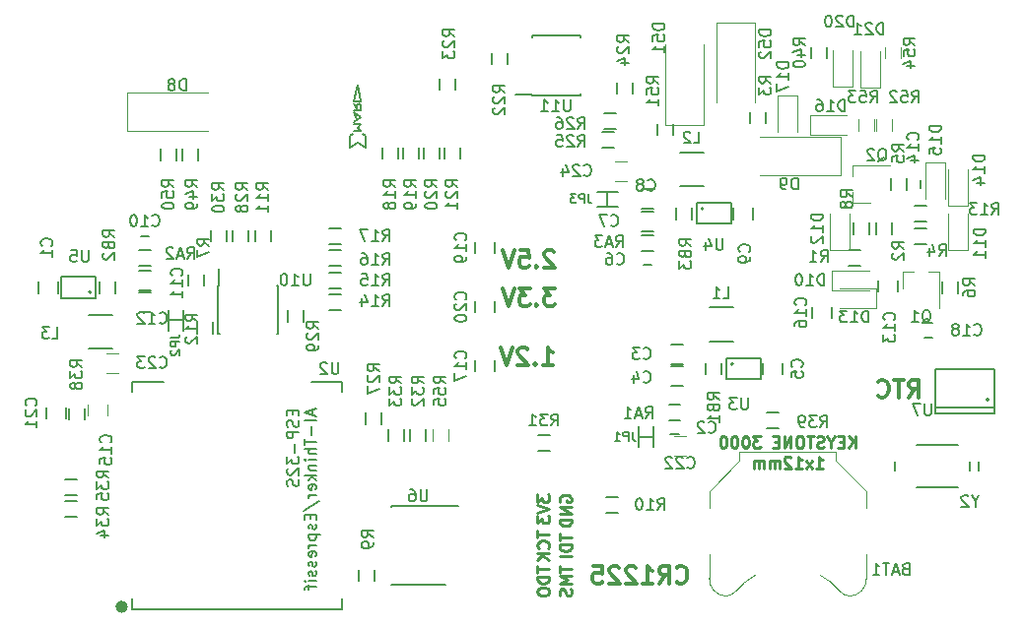
<source format=gbo>
G04 #@! TF.FileFunction,Legend,Bot*
%FSLAX46Y46*%
G04 Gerber Fmt 4.6, Leading zero omitted, Abs format (unit mm)*
G04 Created by KiCad (PCBNEW 4.0.7+dfsg1-1) date Thu Oct 12 22:02:37 2017*
%MOMM*%
%LPD*%
G01*
G04 APERTURE LIST*
%ADD10C,0.100000*%
%ADD11C,0.250000*%
%ADD12C,0.300000*%
%ADD13C,0.150000*%
%ADD14C,0.500000*%
%ADD15C,0.120000*%
%ADD16C,0.152400*%
%ADD17C,0.200000*%
G04 APERTURE END LIST*
D10*
D11*
X170370715Y-98716381D02*
X170370715Y-97716381D01*
X169799286Y-98716381D02*
X170227858Y-98144952D01*
X169799286Y-97716381D02*
X170370715Y-98287810D01*
X169370715Y-98192571D02*
X169037381Y-98192571D01*
X168894524Y-98716381D02*
X169370715Y-98716381D01*
X169370715Y-97716381D01*
X168894524Y-97716381D01*
X168275477Y-98240190D02*
X168275477Y-98716381D01*
X168608810Y-97716381D02*
X168275477Y-98240190D01*
X167942143Y-97716381D01*
X167656429Y-98668762D02*
X167513572Y-98716381D01*
X167275476Y-98716381D01*
X167180238Y-98668762D01*
X167132619Y-98621143D01*
X167085000Y-98525905D01*
X167085000Y-98430667D01*
X167132619Y-98335429D01*
X167180238Y-98287810D01*
X167275476Y-98240190D01*
X167465953Y-98192571D01*
X167561191Y-98144952D01*
X167608810Y-98097333D01*
X167656429Y-98002095D01*
X167656429Y-97906857D01*
X167608810Y-97811619D01*
X167561191Y-97764000D01*
X167465953Y-97716381D01*
X167227857Y-97716381D01*
X167085000Y-97764000D01*
X166799286Y-97716381D02*
X166227857Y-97716381D01*
X166513572Y-98716381D02*
X166513572Y-97716381D01*
X165704048Y-97716381D02*
X165513571Y-97716381D01*
X165418333Y-97764000D01*
X165323095Y-97859238D01*
X165275476Y-98049714D01*
X165275476Y-98383048D01*
X165323095Y-98573524D01*
X165418333Y-98668762D01*
X165513571Y-98716381D01*
X165704048Y-98716381D01*
X165799286Y-98668762D01*
X165894524Y-98573524D01*
X165942143Y-98383048D01*
X165942143Y-98049714D01*
X165894524Y-97859238D01*
X165799286Y-97764000D01*
X165704048Y-97716381D01*
X164846905Y-98716381D02*
X164846905Y-97716381D01*
X164275476Y-98716381D01*
X164275476Y-97716381D01*
X163799286Y-98192571D02*
X163465952Y-98192571D01*
X163323095Y-98716381D02*
X163799286Y-98716381D01*
X163799286Y-97716381D01*
X163323095Y-97716381D01*
X162227857Y-97716381D02*
X161608809Y-97716381D01*
X161942143Y-98097333D01*
X161799285Y-98097333D01*
X161704047Y-98144952D01*
X161656428Y-98192571D01*
X161608809Y-98287810D01*
X161608809Y-98525905D01*
X161656428Y-98621143D01*
X161704047Y-98668762D01*
X161799285Y-98716381D01*
X162085000Y-98716381D01*
X162180238Y-98668762D01*
X162227857Y-98621143D01*
X160989762Y-97716381D02*
X160894523Y-97716381D01*
X160799285Y-97764000D01*
X160751666Y-97811619D01*
X160704047Y-97906857D01*
X160656428Y-98097333D01*
X160656428Y-98335429D01*
X160704047Y-98525905D01*
X160751666Y-98621143D01*
X160799285Y-98668762D01*
X160894523Y-98716381D01*
X160989762Y-98716381D01*
X161085000Y-98668762D01*
X161132619Y-98621143D01*
X161180238Y-98525905D01*
X161227857Y-98335429D01*
X161227857Y-98097333D01*
X161180238Y-97906857D01*
X161132619Y-97811619D01*
X161085000Y-97764000D01*
X160989762Y-97716381D01*
X160037381Y-97716381D02*
X159942142Y-97716381D01*
X159846904Y-97764000D01*
X159799285Y-97811619D01*
X159751666Y-97906857D01*
X159704047Y-98097333D01*
X159704047Y-98335429D01*
X159751666Y-98525905D01*
X159799285Y-98621143D01*
X159846904Y-98668762D01*
X159942142Y-98716381D01*
X160037381Y-98716381D01*
X160132619Y-98668762D01*
X160180238Y-98621143D01*
X160227857Y-98525905D01*
X160275476Y-98335429D01*
X160275476Y-98097333D01*
X160227857Y-97906857D01*
X160180238Y-97811619D01*
X160132619Y-97764000D01*
X160037381Y-97716381D01*
X159085000Y-97716381D02*
X158989761Y-97716381D01*
X158894523Y-97764000D01*
X158846904Y-97811619D01*
X158799285Y-97906857D01*
X158751666Y-98097333D01*
X158751666Y-98335429D01*
X158799285Y-98525905D01*
X158846904Y-98621143D01*
X158894523Y-98668762D01*
X158989761Y-98716381D01*
X159085000Y-98716381D01*
X159180238Y-98668762D01*
X159227857Y-98621143D01*
X159275476Y-98525905D01*
X159323095Y-98335429D01*
X159323095Y-98097333D01*
X159275476Y-97906857D01*
X159227857Y-97811619D01*
X159180238Y-97764000D01*
X159085000Y-97716381D01*
X166989761Y-100466381D02*
X167561190Y-100466381D01*
X167275476Y-100466381D02*
X167275476Y-99466381D01*
X167370714Y-99609238D01*
X167465952Y-99704476D01*
X167561190Y-99752095D01*
X166656428Y-100466381D02*
X166132618Y-99799714D01*
X166656428Y-99799714D02*
X166132618Y-100466381D01*
X165227856Y-100466381D02*
X165799285Y-100466381D01*
X165513571Y-100466381D02*
X165513571Y-99466381D01*
X165608809Y-99609238D01*
X165704047Y-99704476D01*
X165799285Y-99752095D01*
X164846904Y-99561619D02*
X164799285Y-99514000D01*
X164704047Y-99466381D01*
X164465951Y-99466381D01*
X164370713Y-99514000D01*
X164323094Y-99561619D01*
X164275475Y-99656857D01*
X164275475Y-99752095D01*
X164323094Y-99894952D01*
X164894523Y-100466381D01*
X164275475Y-100466381D01*
X163846904Y-100466381D02*
X163846904Y-99799714D01*
X163846904Y-99894952D02*
X163799285Y-99847333D01*
X163704047Y-99799714D01*
X163561189Y-99799714D01*
X163465951Y-99847333D01*
X163418332Y-99942571D01*
X163418332Y-100466381D01*
X163418332Y-99942571D02*
X163370713Y-99847333D01*
X163275475Y-99799714D01*
X163132618Y-99799714D01*
X163037380Y-99847333D01*
X162989761Y-99942571D01*
X162989761Y-100466381D01*
X162513571Y-100466381D02*
X162513571Y-99799714D01*
X162513571Y-99894952D02*
X162465952Y-99847333D01*
X162370714Y-99799714D01*
X162227856Y-99799714D01*
X162132618Y-99847333D01*
X162084999Y-99942571D01*
X162084999Y-100466381D01*
X162084999Y-99942571D02*
X162037380Y-99847333D01*
X161942142Y-99799714D01*
X161799285Y-99799714D01*
X161704047Y-99847333D01*
X161656428Y-99942571D01*
X161656428Y-100466381D01*
D12*
X155027856Y-110215714D02*
X155099285Y-110287143D01*
X155313571Y-110358571D01*
X155456428Y-110358571D01*
X155670713Y-110287143D01*
X155813571Y-110144286D01*
X155884999Y-110001429D01*
X155956428Y-109715714D01*
X155956428Y-109501429D01*
X155884999Y-109215714D01*
X155813571Y-109072857D01*
X155670713Y-108930000D01*
X155456428Y-108858571D01*
X155313571Y-108858571D01*
X155099285Y-108930000D01*
X155027856Y-109001429D01*
X153527856Y-110358571D02*
X154027856Y-109644286D01*
X154384999Y-110358571D02*
X154384999Y-108858571D01*
X153813571Y-108858571D01*
X153670713Y-108930000D01*
X153599285Y-109001429D01*
X153527856Y-109144286D01*
X153527856Y-109358571D01*
X153599285Y-109501429D01*
X153670713Y-109572857D01*
X153813571Y-109644286D01*
X154384999Y-109644286D01*
X152099285Y-110358571D02*
X152956428Y-110358571D01*
X152527856Y-110358571D02*
X152527856Y-108858571D01*
X152670713Y-109072857D01*
X152813571Y-109215714D01*
X152956428Y-109287143D01*
X151527857Y-109001429D02*
X151456428Y-108930000D01*
X151313571Y-108858571D01*
X150956428Y-108858571D01*
X150813571Y-108930000D01*
X150742142Y-109001429D01*
X150670714Y-109144286D01*
X150670714Y-109287143D01*
X150742142Y-109501429D01*
X151599285Y-110358571D01*
X150670714Y-110358571D01*
X150099286Y-109001429D02*
X150027857Y-108930000D01*
X149885000Y-108858571D01*
X149527857Y-108858571D01*
X149385000Y-108930000D01*
X149313571Y-109001429D01*
X149242143Y-109144286D01*
X149242143Y-109287143D01*
X149313571Y-109501429D01*
X150170714Y-110358571D01*
X149242143Y-110358571D01*
X147885000Y-108858571D02*
X148599286Y-108858571D01*
X148670715Y-109572857D01*
X148599286Y-109501429D01*
X148456429Y-109430000D01*
X148099286Y-109430000D01*
X147956429Y-109501429D01*
X147885000Y-109572857D01*
X147813572Y-109715714D01*
X147813572Y-110072857D01*
X147885000Y-110215714D01*
X147956429Y-110287143D01*
X148099286Y-110358571D01*
X148456429Y-110358571D01*
X148599286Y-110287143D01*
X148670715Y-110215714D01*
X144502857Y-81823429D02*
X144431428Y-81752000D01*
X144288571Y-81680571D01*
X143931428Y-81680571D01*
X143788571Y-81752000D01*
X143717142Y-81823429D01*
X143645714Y-81966286D01*
X143645714Y-82109143D01*
X143717142Y-82323429D01*
X144574285Y-83180571D01*
X143645714Y-83180571D01*
X143002857Y-83037714D02*
X142931429Y-83109143D01*
X143002857Y-83180571D01*
X143074286Y-83109143D01*
X143002857Y-83037714D01*
X143002857Y-83180571D01*
X141574285Y-81680571D02*
X142288571Y-81680571D01*
X142360000Y-82394857D01*
X142288571Y-82323429D01*
X142145714Y-82252000D01*
X141788571Y-82252000D01*
X141645714Y-82323429D01*
X141574285Y-82394857D01*
X141502857Y-82537714D01*
X141502857Y-82894857D01*
X141574285Y-83037714D01*
X141645714Y-83109143D01*
X141788571Y-83180571D01*
X142145714Y-83180571D01*
X142288571Y-83109143D01*
X142360000Y-83037714D01*
X141074286Y-81680571D02*
X140574286Y-83180571D01*
X140074286Y-81680571D01*
X144574285Y-84982571D02*
X143645714Y-84982571D01*
X144145714Y-85554000D01*
X143931428Y-85554000D01*
X143788571Y-85625429D01*
X143717142Y-85696857D01*
X143645714Y-85839714D01*
X143645714Y-86196857D01*
X143717142Y-86339714D01*
X143788571Y-86411143D01*
X143931428Y-86482571D01*
X144360000Y-86482571D01*
X144502857Y-86411143D01*
X144574285Y-86339714D01*
X143002857Y-86339714D02*
X142931429Y-86411143D01*
X143002857Y-86482571D01*
X143074286Y-86411143D01*
X143002857Y-86339714D01*
X143002857Y-86482571D01*
X142431428Y-84982571D02*
X141502857Y-84982571D01*
X142002857Y-85554000D01*
X141788571Y-85554000D01*
X141645714Y-85625429D01*
X141574285Y-85696857D01*
X141502857Y-85839714D01*
X141502857Y-86196857D01*
X141574285Y-86339714D01*
X141645714Y-86411143D01*
X141788571Y-86482571D01*
X142217143Y-86482571D01*
X142360000Y-86411143D01*
X142431428Y-86339714D01*
X141074286Y-84982571D02*
X140574286Y-86482571D01*
X140074286Y-84982571D01*
X143518714Y-91562571D02*
X144375857Y-91562571D01*
X143947285Y-91562571D02*
X143947285Y-90062571D01*
X144090142Y-90276857D01*
X144233000Y-90419714D01*
X144375857Y-90491143D01*
X142875857Y-91419714D02*
X142804429Y-91491143D01*
X142875857Y-91562571D01*
X142947286Y-91491143D01*
X142875857Y-91419714D01*
X142875857Y-91562571D01*
X142233000Y-90205429D02*
X142161571Y-90134000D01*
X142018714Y-90062571D01*
X141661571Y-90062571D01*
X141518714Y-90134000D01*
X141447285Y-90205429D01*
X141375857Y-90348286D01*
X141375857Y-90491143D01*
X141447285Y-90705429D01*
X142304428Y-91562571D01*
X141375857Y-91562571D01*
X140947286Y-90062571D02*
X140447286Y-91562571D01*
X139947286Y-90062571D01*
D11*
X143082381Y-105854286D02*
X143082381Y-106425715D01*
X144082381Y-106140000D02*
X143082381Y-106140000D01*
X143987143Y-107330477D02*
X144034762Y-107282858D01*
X144082381Y-107140001D01*
X144082381Y-107044763D01*
X144034762Y-106901905D01*
X143939524Y-106806667D01*
X143844286Y-106759048D01*
X143653810Y-106711429D01*
X143510952Y-106711429D01*
X143320476Y-106759048D01*
X143225238Y-106806667D01*
X143130000Y-106901905D01*
X143082381Y-107044763D01*
X143082381Y-107140001D01*
X143130000Y-107282858D01*
X143177619Y-107330477D01*
X144082381Y-107759048D02*
X143082381Y-107759048D01*
X144082381Y-108330477D02*
X143510952Y-107901905D01*
X143082381Y-108330477D02*
X143653810Y-107759048D01*
X143082381Y-102726905D02*
X143082381Y-103345953D01*
X143463333Y-103012619D01*
X143463333Y-103155477D01*
X143510952Y-103250715D01*
X143558571Y-103298334D01*
X143653810Y-103345953D01*
X143891905Y-103345953D01*
X143987143Y-103298334D01*
X144034762Y-103250715D01*
X144082381Y-103155477D01*
X144082381Y-102869762D01*
X144034762Y-102774524D01*
X143987143Y-102726905D01*
X143082381Y-103631667D02*
X144082381Y-103965000D01*
X143082381Y-104298334D01*
X143082381Y-104536429D02*
X143082381Y-105155477D01*
X143463333Y-104822143D01*
X143463333Y-104965001D01*
X143510952Y-105060239D01*
X143558571Y-105107858D01*
X143653810Y-105155477D01*
X143891905Y-105155477D01*
X143987143Y-105107858D01*
X144034762Y-105060239D01*
X144082381Y-104965001D01*
X144082381Y-104679286D01*
X144034762Y-104584048D01*
X143987143Y-104536429D01*
X143082381Y-108878476D02*
X143082381Y-109449905D01*
X144082381Y-109164190D02*
X143082381Y-109164190D01*
X144082381Y-109783238D02*
X143082381Y-109783238D01*
X143082381Y-110021333D01*
X143130000Y-110164191D01*
X143225238Y-110259429D01*
X143320476Y-110307048D01*
X143510952Y-110354667D01*
X143653810Y-110354667D01*
X143844286Y-110307048D01*
X143939524Y-110259429D01*
X144034762Y-110164191D01*
X144082381Y-110021333D01*
X144082381Y-109783238D01*
X143082381Y-110973714D02*
X143082381Y-111164191D01*
X143130000Y-111259429D01*
X143225238Y-111354667D01*
X143415714Y-111402286D01*
X143749048Y-111402286D01*
X143939524Y-111354667D01*
X144034762Y-111259429D01*
X144082381Y-111164191D01*
X144082381Y-110973714D01*
X144034762Y-110878476D01*
X143939524Y-110783238D01*
X143749048Y-110735619D01*
X143415714Y-110735619D01*
X143225238Y-110783238D01*
X143130000Y-110878476D01*
X143082381Y-110973714D01*
X145035000Y-103330096D02*
X144987381Y-103234858D01*
X144987381Y-103092001D01*
X145035000Y-102949143D01*
X145130238Y-102853905D01*
X145225476Y-102806286D01*
X145415952Y-102758667D01*
X145558810Y-102758667D01*
X145749286Y-102806286D01*
X145844524Y-102853905D01*
X145939762Y-102949143D01*
X145987381Y-103092001D01*
X145987381Y-103187239D01*
X145939762Y-103330096D01*
X145892143Y-103377715D01*
X145558810Y-103377715D01*
X145558810Y-103187239D01*
X145987381Y-103806286D02*
X144987381Y-103806286D01*
X145987381Y-104377715D01*
X144987381Y-104377715D01*
X145987381Y-104853905D02*
X144987381Y-104853905D01*
X144987381Y-105092000D01*
X145035000Y-105234858D01*
X145130238Y-105330096D01*
X145225476Y-105377715D01*
X145415952Y-105425334D01*
X145558810Y-105425334D01*
X145749286Y-105377715D01*
X145844524Y-105330096D01*
X145939762Y-105234858D01*
X145987381Y-105092000D01*
X145987381Y-104853905D01*
X144987381Y-106116191D02*
X144987381Y-106687620D01*
X145987381Y-106401905D02*
X144987381Y-106401905D01*
X145987381Y-107020953D02*
X144987381Y-107020953D01*
X144987381Y-107259048D01*
X145035000Y-107401906D01*
X145130238Y-107497144D01*
X145225476Y-107544763D01*
X145415952Y-107592382D01*
X145558810Y-107592382D01*
X145749286Y-107544763D01*
X145844524Y-107497144D01*
X145939762Y-107401906D01*
X145987381Y-107259048D01*
X145987381Y-107020953D01*
X145987381Y-108020953D02*
X144987381Y-108020953D01*
X144987381Y-108854667D02*
X144987381Y-109426096D01*
X145987381Y-109140381D02*
X144987381Y-109140381D01*
X145987381Y-109759429D02*
X144987381Y-109759429D01*
X145701667Y-110092763D01*
X144987381Y-110426096D01*
X145987381Y-110426096D01*
X145939762Y-110854667D02*
X145987381Y-110997524D01*
X145987381Y-111235620D01*
X145939762Y-111330858D01*
X145892143Y-111378477D01*
X145796905Y-111426096D01*
X145701667Y-111426096D01*
X145606429Y-111378477D01*
X145558810Y-111330858D01*
X145511190Y-111235620D01*
X145463571Y-111045143D01*
X145415952Y-110949905D01*
X145368333Y-110902286D01*
X145273095Y-110854667D01*
X145177857Y-110854667D01*
X145082619Y-110902286D01*
X145035000Y-110949905D01*
X144987381Y-111045143D01*
X144987381Y-111283239D01*
X145035000Y-111426096D01*
D12*
X174967142Y-94356571D02*
X175467142Y-93642286D01*
X175824285Y-94356571D02*
X175824285Y-92856571D01*
X175252857Y-92856571D01*
X175109999Y-92928000D01*
X175038571Y-92999429D01*
X174967142Y-93142286D01*
X174967142Y-93356571D01*
X175038571Y-93499429D01*
X175109999Y-93570857D01*
X175252857Y-93642286D01*
X175824285Y-93642286D01*
X174538571Y-92856571D02*
X173681428Y-92856571D01*
X174109999Y-94356571D02*
X174109999Y-92856571D01*
X172324285Y-94213714D02*
X172395714Y-94285143D01*
X172610000Y-94356571D01*
X172752857Y-94356571D01*
X172967142Y-94285143D01*
X173110000Y-94142286D01*
X173181428Y-93999429D01*
X173252857Y-93713714D01*
X173252857Y-93499429D01*
X173181428Y-93213714D01*
X173110000Y-93070857D01*
X172967142Y-92928000D01*
X172752857Y-92856571D01*
X172610000Y-92856571D01*
X172395714Y-92928000D01*
X172324285Y-92999429D01*
D13*
X151758000Y-97742000D02*
X153028000Y-97742000D01*
X153028000Y-96853000D02*
X153028000Y-98631000D01*
X151758000Y-96853000D02*
X151758000Y-98631000D01*
X108232500Y-112562000D02*
X108232500Y-111673000D01*
X126266500Y-112562000D02*
X108232500Y-112562000D01*
X126266500Y-111673000D02*
X126266500Y-112562000D01*
X126266500Y-93004000D02*
X126266500Y-93893000D01*
X123663000Y-93004000D02*
X126266500Y-93004000D01*
X108232500Y-93004000D02*
X110963000Y-93004000D01*
X108232500Y-93893000D02*
X108232500Y-93004000D01*
D14*
X107638415Y-112384338D02*
G75*
G03X107638415Y-112384338I-283981J0D01*
G01*
D15*
X157345000Y-70900000D02*
X154045000Y-70900000D01*
X154045000Y-70900000D02*
X154045000Y-64000000D01*
X157345000Y-70900000D02*
X157345000Y-64000000D01*
D13*
X153369000Y-70826000D02*
X153369000Y-71826000D01*
X154719000Y-71826000D02*
X154719000Y-70826000D01*
X157870000Y-89565000D02*
X159870000Y-89565000D01*
X159870000Y-86615000D02*
X157870000Y-86615000D01*
X159886803Y-91500000D02*
G75*
G03X159886803Y-91500000I-111803J0D01*
G01*
X159275000Y-92800000D02*
X162275000Y-92800000D01*
X162275000Y-92800000D02*
X162275000Y-91000000D01*
X162275000Y-91000000D02*
X159275000Y-91000000D01*
X159275000Y-91000000D02*
X159275000Y-92800000D01*
X155330000Y-76230000D02*
X157330000Y-76230000D01*
X157330000Y-73280000D02*
X155330000Y-73280000D01*
X157346803Y-78135000D02*
G75*
G03X157346803Y-78135000I-111803J0D01*
G01*
X156735000Y-79435000D02*
X159735000Y-79435000D01*
X159735000Y-79435000D02*
X159735000Y-77635000D01*
X159735000Y-77635000D02*
X156735000Y-77635000D01*
X156735000Y-77635000D02*
X156735000Y-79435000D01*
X106530000Y-87250000D02*
X104530000Y-87250000D01*
X104530000Y-90200000D02*
X106530000Y-90200000D01*
X104736803Y-85315000D02*
G75*
G03X104736803Y-85315000I-111803J0D01*
G01*
X105125000Y-84015000D02*
X102125000Y-84015000D01*
X102125000Y-84015000D02*
X102125000Y-85815000D01*
X102125000Y-85815000D02*
X105125000Y-85815000D01*
X105125000Y-85815000D02*
X105125000Y-84015000D01*
X100235000Y-85415000D02*
X100235000Y-84415000D01*
X101935000Y-84415000D02*
X101935000Y-85415000D01*
X155560000Y-91480000D02*
X154560000Y-91480000D01*
X154560000Y-89780000D02*
X155560000Y-89780000D01*
X155560000Y-93385000D02*
X154560000Y-93385000D01*
X154560000Y-91685000D02*
X155560000Y-91685000D01*
X164165000Y-91400000D02*
X164165000Y-92400000D01*
X162465000Y-92400000D02*
X162465000Y-91400000D01*
X153020000Y-80050000D02*
X152020000Y-80050000D01*
X152020000Y-78350000D02*
X153020000Y-78350000D01*
X153020000Y-78145000D02*
X152020000Y-78145000D01*
X152020000Y-76445000D02*
X153020000Y-76445000D01*
X161625000Y-78065000D02*
X161625000Y-79065000D01*
X159925000Y-79065000D02*
X159925000Y-78065000D01*
X108840000Y-83430000D02*
X109840000Y-83430000D01*
X109840000Y-85130000D02*
X108840000Y-85130000D01*
X108840000Y-85335000D02*
X109840000Y-85335000D01*
X109840000Y-87035000D02*
X108840000Y-87035000D01*
X181857000Y-94567000D02*
G75*
G03X181857000Y-94567000I-127000J0D01*
G01*
X182365000Y-95202000D02*
X177285000Y-95202000D01*
X182365000Y-91900000D02*
X177285000Y-91900000D01*
X182365000Y-95710000D02*
X177285000Y-95710000D01*
X182365000Y-95710000D02*
X182365000Y-91900000D01*
X177285000Y-95710000D02*
X177285000Y-91900000D01*
X174071000Y-84288000D02*
X174071000Y-85288000D01*
X172371000Y-85288000D02*
X172371000Y-84288000D01*
D15*
X174435000Y-83520000D02*
X175365000Y-83520000D01*
X177595000Y-83520000D02*
X176665000Y-83520000D01*
X177595000Y-83520000D02*
X177595000Y-86680000D01*
X174435000Y-83520000D02*
X174435000Y-84980000D01*
X170175000Y-77605000D02*
X170175000Y-76675000D01*
X170175000Y-74445000D02*
X170175000Y-75375000D01*
X170175000Y-74445000D02*
X173335000Y-74445000D01*
X170175000Y-77605000D02*
X171635000Y-77605000D01*
D13*
X154510000Y-97510000D02*
X155210000Y-97510000D01*
X155210000Y-96310000D02*
X154510000Y-96310000D01*
X152170000Y-82975000D02*
X152870000Y-82975000D01*
X152870000Y-81775000D02*
X152170000Y-81775000D01*
X109690000Y-80505000D02*
X108990000Y-80505000D01*
X108990000Y-81705000D02*
X109690000Y-81705000D01*
X174780000Y-75675000D02*
X174780000Y-76375000D01*
X175980000Y-76375000D02*
X175980000Y-75675000D01*
X170800000Y-81700000D02*
X169800000Y-81700000D01*
X169800000Y-83050000D02*
X170800000Y-83050000D01*
X172165000Y-79335000D02*
X172165000Y-80335000D01*
X173515000Y-80335000D02*
X173515000Y-79335000D01*
X175515000Y-81145000D02*
X176515000Y-81145000D01*
X176515000Y-79795000D02*
X175515000Y-79795000D01*
X174785000Y-76525000D02*
X174785000Y-75525000D01*
X173435000Y-75525000D02*
X173435000Y-76525000D01*
X179230000Y-85415000D02*
X179230000Y-84415000D01*
X177880000Y-84415000D02*
X177880000Y-85415000D01*
X114460000Y-84780000D02*
X114460000Y-83780000D01*
X113110000Y-83780000D02*
X113110000Y-84780000D01*
X170260000Y-79335000D02*
X170260000Y-80335000D01*
X171610000Y-80335000D02*
X171610000Y-79335000D01*
X129065000Y-110180000D02*
X129065000Y-109180000D01*
X127715000Y-109180000D02*
X127715000Y-110180000D01*
X148972000Y-104259000D02*
X149972000Y-104259000D01*
X149972000Y-102909000D02*
X148972000Y-102909000D01*
X175515000Y-79240000D02*
X176515000Y-79240000D01*
X176515000Y-77890000D02*
X175515000Y-77890000D01*
X155360000Y-94965000D02*
X154360000Y-94965000D01*
X154360000Y-96315000D02*
X155360000Y-96315000D01*
X108840000Y-83050000D02*
X109840000Y-83050000D01*
X109840000Y-81700000D02*
X108840000Y-81700000D01*
X153020000Y-80430000D02*
X152020000Y-80430000D01*
X152020000Y-81780000D02*
X153020000Y-81780000D01*
X158910000Y-92400000D02*
X158910000Y-91400000D01*
X157560000Y-91400000D02*
X157560000Y-92400000D01*
X105490000Y-84415000D02*
X105490000Y-85415000D01*
X106840000Y-85415000D02*
X106840000Y-84415000D01*
X156370000Y-79065000D02*
X156370000Y-78065000D01*
X155020000Y-78065000D02*
X155020000Y-79065000D01*
X125182000Y-86860000D02*
X126182000Y-86860000D01*
X126182000Y-85510000D02*
X125182000Y-85510000D01*
X125182000Y-84954000D02*
X126182000Y-84954000D01*
X126182000Y-83604000D02*
X125182000Y-83604000D01*
X125182000Y-83050000D02*
X126182000Y-83050000D01*
X126182000Y-81700000D02*
X125182000Y-81700000D01*
X125182000Y-81145000D02*
X126182000Y-81145000D01*
X126182000Y-79795000D02*
X125182000Y-79795000D01*
X129747000Y-72858000D02*
X129747000Y-73858000D01*
X131097000Y-73858000D02*
X131097000Y-72858000D01*
X131525000Y-72858000D02*
X131525000Y-73858000D01*
X132875000Y-73858000D02*
X132875000Y-72858000D01*
X133303000Y-72858000D02*
X133303000Y-73858000D01*
X134653000Y-73858000D02*
X134653000Y-72858000D01*
X135081000Y-72858000D02*
X135081000Y-73858000D01*
X136431000Y-73858000D02*
X136431000Y-72858000D01*
X115655000Y-84745000D02*
X115705000Y-84745000D01*
X115655000Y-88895000D02*
X115800000Y-88895000D01*
X120805000Y-88895000D02*
X120660000Y-88895000D01*
X120805000Y-84745000D02*
X120660000Y-84745000D01*
X115655000Y-84745000D02*
X115655000Y-88895000D01*
X120805000Y-84745000D02*
X120805000Y-88895000D01*
X115705000Y-84745000D02*
X115705000Y-83345000D01*
X176300000Y-89198000D02*
X177000000Y-89198000D01*
X177000000Y-87998000D02*
X176300000Y-87998000D01*
X142605000Y-68375000D02*
X142605000Y-68325000D01*
X146755000Y-68375000D02*
X146755000Y-68230000D01*
X146755000Y-63225000D02*
X146755000Y-63370000D01*
X142605000Y-63225000D02*
X142605000Y-63370000D01*
X142605000Y-68375000D02*
X146755000Y-68375000D01*
X142605000Y-63225000D02*
X146755000Y-63225000D01*
X142605000Y-68325000D02*
X141205000Y-68325000D01*
X161370000Y-69810000D02*
X161370000Y-70810000D01*
X162720000Y-70810000D02*
X162720000Y-69810000D01*
X139145000Y-64730000D02*
X139145000Y-65730000D01*
X140495000Y-65730000D02*
X140495000Y-64730000D01*
X134700000Y-66932000D02*
X134700000Y-67932000D01*
X136050000Y-67932000D02*
X136050000Y-66932000D01*
X149940000Y-67270000D02*
X149940000Y-68270000D01*
X151290000Y-68270000D02*
X151290000Y-67270000D01*
X148675000Y-72890000D02*
X149675000Y-72890000D01*
X149675000Y-71540000D02*
X148675000Y-71540000D01*
X148780000Y-71275000D02*
X149780000Y-71275000D01*
X149780000Y-69925000D02*
X148780000Y-69925000D01*
X130510000Y-103690000D02*
X130510000Y-103790000D01*
X130510000Y-110515000D02*
X130510000Y-110490000D01*
X135160000Y-110515000D02*
X135160000Y-110490000D01*
X136235000Y-103690000D02*
X130510000Y-103690000D01*
X135160000Y-110515000D02*
X130510000Y-110515000D01*
X120175000Y-80970000D02*
X120175000Y-79970000D01*
X118825000Y-79970000D02*
X118825000Y-80970000D01*
X113805000Y-87900000D02*
X113805000Y-88900000D01*
X115155000Y-88900000D02*
X115155000Y-87900000D01*
X128350000Y-95675000D02*
X128350000Y-96675000D01*
X129700000Y-96675000D02*
X129700000Y-95675000D01*
X118270000Y-80970000D02*
X118270000Y-79970000D01*
X116920000Y-79970000D02*
X116920000Y-80970000D01*
X122955000Y-87900000D02*
X122955000Y-86900000D01*
X121605000Y-86900000D02*
X121605000Y-87900000D01*
X116365000Y-80970000D02*
X116365000Y-79970000D01*
X115015000Y-79970000D02*
X115015000Y-80970000D01*
X143130000Y-98925000D02*
X144130000Y-98925000D01*
X144130000Y-97575000D02*
X143130000Y-97575000D01*
X132160000Y-97115000D02*
X132160000Y-98115000D01*
X133510000Y-98115000D02*
X133510000Y-97115000D01*
X130255000Y-97115000D02*
X130255000Y-98115000D01*
X131605000Y-98115000D02*
X131605000Y-97115000D01*
X103490000Y-103290000D02*
X102490000Y-103290000D01*
X102490000Y-104640000D02*
X103490000Y-104640000D01*
X103490000Y-101385000D02*
X102490000Y-101385000D01*
X102490000Y-102735000D02*
X103490000Y-102735000D01*
X102823000Y-95294000D02*
X102823000Y-96294000D01*
X104173000Y-96294000D02*
X104173000Y-95294000D01*
X168356000Y-86574000D02*
X168356000Y-87574000D01*
X166656000Y-87574000D02*
X166656000Y-86574000D01*
X162815000Y-97020000D02*
X163815000Y-97020000D01*
X163815000Y-95670000D02*
X162815000Y-95670000D01*
X166577000Y-64222000D02*
X166577000Y-65222000D01*
X167927000Y-65222000D02*
X167927000Y-64222000D01*
X137700000Y-92146000D02*
X137700000Y-91146000D01*
X139400000Y-91146000D02*
X139400000Y-92146000D01*
X139400000Y-80986000D02*
X139400000Y-81986000D01*
X137700000Y-81986000D02*
X137700000Y-80986000D01*
X137700000Y-87066000D02*
X137700000Y-86066000D01*
X139400000Y-86066000D02*
X139400000Y-87066000D01*
X100870000Y-96210000D02*
X100870000Y-95210000D01*
X102570000Y-95210000D02*
X102570000Y-96210000D01*
X112602000Y-72985000D02*
X112602000Y-73985000D01*
X113952000Y-73985000D02*
X113952000Y-72985000D01*
X110697000Y-72985000D02*
X110697000Y-73985000D01*
X112047000Y-73985000D02*
X112047000Y-72985000D01*
D15*
X172160000Y-70445000D02*
X172160000Y-71445000D01*
X173520000Y-71445000D02*
X173520000Y-70445000D01*
X170636000Y-70445000D02*
X170636000Y-71445000D01*
X171996000Y-71445000D02*
X171996000Y-70445000D01*
D13*
X173812000Y-99882000D02*
X173812000Y-100682000D01*
X179212000Y-98482000D02*
X175612000Y-98482000D01*
X179212000Y-102082000D02*
X175612000Y-102082000D01*
X180212000Y-99882000D02*
X180212000Y-100682000D01*
X181012000Y-99882000D02*
X181012000Y-100682000D01*
D15*
X106126000Y-94956000D02*
X106126000Y-95956000D01*
X104426000Y-95956000D02*
X104426000Y-94956000D01*
X107861000Y-71452000D02*
X107861000Y-68152000D01*
X107861000Y-68152000D02*
X114761000Y-68152000D01*
X107861000Y-71452000D02*
X114761000Y-71452000D01*
X169112000Y-71962000D02*
X169112000Y-75262000D01*
X169112000Y-75262000D02*
X162212000Y-75262000D01*
X169112000Y-71962000D02*
X162212000Y-71962000D01*
X158490000Y-62100000D02*
X161790000Y-62100000D01*
X161790000Y-62100000D02*
X161790000Y-69000000D01*
X158490000Y-62100000D02*
X158490000Y-69000000D01*
X155814000Y-99354000D02*
X154814000Y-99354000D01*
X154814000Y-97654000D02*
X155814000Y-97654000D01*
X106046000Y-90542000D02*
X107046000Y-90542000D01*
X107046000Y-92242000D02*
X106046000Y-92242000D01*
X149734000Y-74032000D02*
X150734000Y-74032000D01*
X150734000Y-75732000D02*
X149734000Y-75732000D01*
X172922000Y-64222000D02*
X172922000Y-65222000D01*
X174282000Y-65222000D02*
X174282000Y-64222000D01*
X135420000Y-98115000D02*
X135420000Y-97115000D01*
X134060000Y-97115000D02*
X134060000Y-98115000D01*
D13*
X126928000Y-71869000D02*
X127228000Y-71669000D01*
X128328000Y-71869000D02*
X128028000Y-71669000D01*
X126928000Y-72869000D02*
X126928000Y-71869000D01*
X127628000Y-72469000D02*
X126928000Y-72869000D01*
X128328000Y-72869000D02*
X127628000Y-72469000D01*
X128328000Y-71869000D02*
X128328000Y-72869000D01*
X127628000Y-67469000D02*
X127328000Y-68869000D01*
X127928000Y-68869000D02*
X127628000Y-67469000D01*
X127328000Y-68869000D02*
X127928000Y-68869000D01*
X127328000Y-69069000D02*
X127528000Y-69569000D01*
X127528000Y-69269000D02*
X127528000Y-69669000D01*
X127728000Y-69069000D02*
X127528000Y-69269000D01*
X127928000Y-69269000D02*
X127728000Y-69069000D01*
X127928000Y-69669000D02*
X127928000Y-69269000D01*
X127328000Y-69669000D02*
X127928000Y-69669000D01*
X127328000Y-69869000D02*
X127528000Y-70469000D01*
X127928000Y-70269000D02*
X127328000Y-69869000D01*
X127328000Y-70669000D02*
X127928000Y-70269000D01*
X127928000Y-70869000D02*
X127328000Y-70869000D01*
X127628000Y-71169000D02*
X127928000Y-70869000D01*
X127928000Y-71469000D02*
X127628000Y-71169000D01*
X127328000Y-71469000D02*
X127928000Y-71469000D01*
D15*
X160091264Y-111074552D02*
G75*
G02X161785000Y-109670000I4493736J-3695448D01*
G01*
X167317553Y-109624793D02*
G75*
G02X169085000Y-111070000I-2732553J-5145207D01*
G01*
X159170385Y-111454160D02*
G75*
G03X160085000Y-111070000I124615J984160D01*
G01*
X169999615Y-111454160D02*
G75*
G02X169085000Y-111070000I-124615J984160D01*
G01*
X157835000Y-109920000D02*
G75*
G03X159285000Y-111470000I1500000J-50000D01*
G01*
X171335000Y-109920000D02*
G75*
G02X169885000Y-111470000I-1500000J-50000D01*
G01*
X157835000Y-107870000D02*
X157835000Y-109970000D01*
X171335000Y-107870000D02*
X171335000Y-109970000D01*
X171335000Y-103870000D02*
X171335000Y-102420000D01*
X171335000Y-102420000D02*
X168735000Y-99820000D01*
X168735000Y-99820000D02*
X168735000Y-99020000D01*
X168735000Y-99020000D02*
X160435000Y-99020000D01*
X160435000Y-99020000D02*
X160435000Y-99820000D01*
X160435000Y-99820000D02*
X157835000Y-102420000D01*
X157835000Y-102420000D02*
X157835000Y-103870000D01*
X170134000Y-67638000D02*
X168434000Y-67638000D01*
X168434000Y-67638000D02*
X168434000Y-64488000D01*
X170134000Y-67638000D02*
X170134000Y-64488000D01*
X172547000Y-67731000D02*
X170847000Y-67731000D01*
X170847000Y-67731000D02*
X170847000Y-64581000D01*
X172547000Y-67731000D02*
X172547000Y-64581000D01*
X168400000Y-85130000D02*
X168400000Y-83430000D01*
X168400000Y-83430000D02*
X171550000Y-83430000D01*
X168400000Y-85130000D02*
X171550000Y-85130000D01*
X180040000Y-81735000D02*
X178340000Y-81735000D01*
X178340000Y-81735000D02*
X178340000Y-78585000D01*
X180040000Y-81735000D02*
X180040000Y-78585000D01*
X169880000Y-81735000D02*
X168180000Y-81735000D01*
X168180000Y-81735000D02*
X168180000Y-78585000D01*
X169880000Y-81735000D02*
X169880000Y-78585000D01*
X172200000Y-84954000D02*
X172200000Y-86654000D01*
X172200000Y-86654000D02*
X169050000Y-86654000D01*
X172200000Y-84954000D02*
X169050000Y-84954000D01*
X180040000Y-77925000D02*
X178340000Y-77925000D01*
X178340000Y-77925000D02*
X178340000Y-74775000D01*
X180040000Y-77925000D02*
X180040000Y-74775000D01*
X176435000Y-74125000D02*
X178135000Y-74125000D01*
X178135000Y-74125000D02*
X178135000Y-77275000D01*
X176435000Y-74125000D02*
X176435000Y-77275000D01*
X166495000Y-71795000D02*
X166495000Y-70095000D01*
X166495000Y-70095000D02*
X169645000Y-70095000D01*
X166495000Y-71795000D02*
X169645000Y-71795000D01*
X163735000Y-68410000D02*
X165435000Y-68410000D01*
X165435000Y-68410000D02*
X165435000Y-71560000D01*
X163735000Y-68410000D02*
X163735000Y-71560000D01*
D13*
X111372000Y-87709000D02*
X112642000Y-87709000D01*
X112642000Y-86820000D02*
X112642000Y-88598000D01*
X111372000Y-86820000D02*
X111372000Y-88598000D01*
X149091000Y-76660000D02*
X149091000Y-77930000D01*
X149980000Y-77930000D02*
X148202000Y-77930000D01*
X149980000Y-76660000D02*
X148202000Y-76660000D01*
D16*
X151249999Y-97324714D02*
X151249999Y-97869000D01*
X151286285Y-97977857D01*
X151358856Y-98050429D01*
X151467713Y-98086714D01*
X151540285Y-98086714D01*
X150887142Y-98086714D02*
X150887142Y-97324714D01*
X150596857Y-97324714D01*
X150524285Y-97361000D01*
X150488000Y-97397286D01*
X150451714Y-97469857D01*
X150451714Y-97578714D01*
X150488000Y-97651286D01*
X150524285Y-97687571D01*
X150596857Y-97723857D01*
X150887142Y-97723857D01*
X149726000Y-98086714D02*
X150161428Y-98086714D01*
X149943714Y-98086714D02*
X149943714Y-97324714D01*
X150016285Y-97433571D01*
X150088857Y-97506143D01*
X150161428Y-97542429D01*
D13*
X125976905Y-91352381D02*
X125976905Y-92161905D01*
X125929286Y-92257143D01*
X125881667Y-92304762D01*
X125786429Y-92352381D01*
X125595952Y-92352381D01*
X125500714Y-92304762D01*
X125453095Y-92257143D01*
X125405476Y-92161905D01*
X125405476Y-91352381D01*
X124976905Y-91447619D02*
X124929286Y-91400000D01*
X124834048Y-91352381D01*
X124595952Y-91352381D01*
X124500714Y-91400000D01*
X124453095Y-91447619D01*
X124405476Y-91542857D01*
X124405476Y-91638095D01*
X124453095Y-91780952D01*
X125024524Y-92352381D01*
X124405476Y-92352381D01*
X123779667Y-95446333D02*
X123779667Y-95922524D01*
X124065381Y-95351095D02*
X123065381Y-95684428D01*
X124065381Y-96017762D01*
X124065381Y-96351095D02*
X123065381Y-96351095D01*
X123684429Y-96827285D02*
X123684429Y-97589190D01*
X123065381Y-97922523D02*
X123065381Y-98493952D01*
X124065381Y-98208237D02*
X123065381Y-98208237D01*
X124065381Y-98827285D02*
X123065381Y-98827285D01*
X124065381Y-99255857D02*
X123541571Y-99255857D01*
X123446333Y-99208238D01*
X123398714Y-99113000D01*
X123398714Y-98970142D01*
X123446333Y-98874904D01*
X123493952Y-98827285D01*
X124065381Y-99732047D02*
X123398714Y-99732047D01*
X123065381Y-99732047D02*
X123113000Y-99684428D01*
X123160619Y-99732047D01*
X123113000Y-99779666D01*
X123065381Y-99732047D01*
X123160619Y-99732047D01*
X123398714Y-100208237D02*
X124065381Y-100208237D01*
X123493952Y-100208237D02*
X123446333Y-100255856D01*
X123398714Y-100351094D01*
X123398714Y-100493952D01*
X123446333Y-100589190D01*
X123541571Y-100636809D01*
X124065381Y-100636809D01*
X124065381Y-101112999D02*
X123065381Y-101112999D01*
X123684429Y-101208237D02*
X124065381Y-101493952D01*
X123398714Y-101493952D02*
X123779667Y-101112999D01*
X124017762Y-102303476D02*
X124065381Y-102208238D01*
X124065381Y-102017761D01*
X124017762Y-101922523D01*
X123922524Y-101874904D01*
X123541571Y-101874904D01*
X123446333Y-101922523D01*
X123398714Y-102017761D01*
X123398714Y-102208238D01*
X123446333Y-102303476D01*
X123541571Y-102351095D01*
X123636810Y-102351095D01*
X123732048Y-101874904D01*
X124065381Y-102779666D02*
X123398714Y-102779666D01*
X123589190Y-102779666D02*
X123493952Y-102827285D01*
X123446333Y-102874904D01*
X123398714Y-102970142D01*
X123398714Y-103065381D01*
X123017762Y-104113000D02*
X124303476Y-103255857D01*
X123541571Y-104446333D02*
X123541571Y-104779667D01*
X124065381Y-104922524D02*
X124065381Y-104446333D01*
X123065381Y-104446333D01*
X123065381Y-104922524D01*
X124017762Y-105303476D02*
X124065381Y-105398714D01*
X124065381Y-105589190D01*
X124017762Y-105684429D01*
X123922524Y-105732048D01*
X123874905Y-105732048D01*
X123779667Y-105684429D01*
X123732048Y-105589190D01*
X123732048Y-105446333D01*
X123684429Y-105351095D01*
X123589190Y-105303476D01*
X123541571Y-105303476D01*
X123446333Y-105351095D01*
X123398714Y-105446333D01*
X123398714Y-105589190D01*
X123446333Y-105684429D01*
X123398714Y-106160619D02*
X124398714Y-106160619D01*
X123446333Y-106160619D02*
X123398714Y-106255857D01*
X123398714Y-106446334D01*
X123446333Y-106541572D01*
X123493952Y-106589191D01*
X123589190Y-106636810D01*
X123874905Y-106636810D01*
X123970143Y-106589191D01*
X124017762Y-106541572D01*
X124065381Y-106446334D01*
X124065381Y-106255857D01*
X124017762Y-106160619D01*
X124065381Y-107065381D02*
X123398714Y-107065381D01*
X123589190Y-107065381D02*
X123493952Y-107113000D01*
X123446333Y-107160619D01*
X123398714Y-107255857D01*
X123398714Y-107351096D01*
X124017762Y-108065382D02*
X124065381Y-107970144D01*
X124065381Y-107779667D01*
X124017762Y-107684429D01*
X123922524Y-107636810D01*
X123541571Y-107636810D01*
X123446333Y-107684429D01*
X123398714Y-107779667D01*
X123398714Y-107970144D01*
X123446333Y-108065382D01*
X123541571Y-108113001D01*
X123636810Y-108113001D01*
X123732048Y-107636810D01*
X124017762Y-108493953D02*
X124065381Y-108589191D01*
X124065381Y-108779667D01*
X124017762Y-108874906D01*
X123922524Y-108922525D01*
X123874905Y-108922525D01*
X123779667Y-108874906D01*
X123732048Y-108779667D01*
X123732048Y-108636810D01*
X123684429Y-108541572D01*
X123589190Y-108493953D01*
X123541571Y-108493953D01*
X123446333Y-108541572D01*
X123398714Y-108636810D01*
X123398714Y-108779667D01*
X123446333Y-108874906D01*
X124017762Y-109303477D02*
X124065381Y-109398715D01*
X124065381Y-109589191D01*
X124017762Y-109684430D01*
X123922524Y-109732049D01*
X123874905Y-109732049D01*
X123779667Y-109684430D01*
X123732048Y-109589191D01*
X123732048Y-109446334D01*
X123684429Y-109351096D01*
X123589190Y-109303477D01*
X123541571Y-109303477D01*
X123446333Y-109351096D01*
X123398714Y-109446334D01*
X123398714Y-109589191D01*
X123446333Y-109684430D01*
X124065381Y-110160620D02*
X123398714Y-110160620D01*
X123065381Y-110160620D02*
X123113000Y-110113001D01*
X123160619Y-110160620D01*
X123113000Y-110208239D01*
X123065381Y-110160620D01*
X123160619Y-110160620D01*
X123398714Y-110493953D02*
X123398714Y-110874905D01*
X124065381Y-110636810D02*
X123208238Y-110636810D01*
X123113000Y-110684429D01*
X123065381Y-110779667D01*
X123065381Y-110874905D01*
X122041571Y-95474905D02*
X122041571Y-95808239D01*
X122565381Y-95951096D02*
X122565381Y-95474905D01*
X121565381Y-95474905D01*
X121565381Y-95951096D01*
X122517762Y-96332048D02*
X122565381Y-96474905D01*
X122565381Y-96713001D01*
X122517762Y-96808239D01*
X122470143Y-96855858D01*
X122374905Y-96903477D01*
X122279667Y-96903477D01*
X122184429Y-96855858D01*
X122136810Y-96808239D01*
X122089190Y-96713001D01*
X122041571Y-96522524D01*
X121993952Y-96427286D01*
X121946333Y-96379667D01*
X121851095Y-96332048D01*
X121755857Y-96332048D01*
X121660619Y-96379667D01*
X121613000Y-96427286D01*
X121565381Y-96522524D01*
X121565381Y-96760620D01*
X121613000Y-96903477D01*
X122565381Y-97332048D02*
X121565381Y-97332048D01*
X121565381Y-97713001D01*
X121613000Y-97808239D01*
X121660619Y-97855858D01*
X121755857Y-97903477D01*
X121898714Y-97903477D01*
X121993952Y-97855858D01*
X122041571Y-97808239D01*
X122089190Y-97713001D01*
X122089190Y-97332048D01*
X122184429Y-98332048D02*
X122184429Y-99093953D01*
X121565381Y-99474905D02*
X121565381Y-100093953D01*
X121946333Y-99760619D01*
X121946333Y-99903477D01*
X121993952Y-99998715D01*
X122041571Y-100046334D01*
X122136810Y-100093953D01*
X122374905Y-100093953D01*
X122470143Y-100046334D01*
X122517762Y-99998715D01*
X122565381Y-99903477D01*
X122565381Y-99617762D01*
X122517762Y-99522524D01*
X122470143Y-99474905D01*
X121660619Y-100474905D02*
X121613000Y-100522524D01*
X121565381Y-100617762D01*
X121565381Y-100855858D01*
X121613000Y-100951096D01*
X121660619Y-100998715D01*
X121755857Y-101046334D01*
X121851095Y-101046334D01*
X121993952Y-100998715D01*
X122565381Y-100427286D01*
X122565381Y-101046334D01*
X122517762Y-101427286D02*
X122565381Y-101570143D01*
X122565381Y-101808239D01*
X122517762Y-101903477D01*
X122470143Y-101951096D01*
X122374905Y-101998715D01*
X122279667Y-101998715D01*
X122184429Y-101951096D01*
X122136810Y-101903477D01*
X122089190Y-101808239D01*
X122041571Y-101617762D01*
X121993952Y-101522524D01*
X121946333Y-101474905D01*
X121851095Y-101427286D01*
X121755857Y-101427286D01*
X121660619Y-101474905D01*
X121613000Y-101522524D01*
X121565381Y-101617762D01*
X121565381Y-101855858D01*
X121613000Y-101998715D01*
X153988381Y-62237714D02*
X152988381Y-62237714D01*
X152988381Y-62475809D01*
X153036000Y-62618667D01*
X153131238Y-62713905D01*
X153226476Y-62761524D01*
X153416952Y-62809143D01*
X153559810Y-62809143D01*
X153750286Y-62761524D01*
X153845524Y-62713905D01*
X153940762Y-62618667D01*
X153988381Y-62475809D01*
X153988381Y-62237714D01*
X152988381Y-63713905D02*
X152988381Y-63237714D01*
X153464571Y-63190095D01*
X153416952Y-63237714D01*
X153369333Y-63332952D01*
X153369333Y-63571048D01*
X153416952Y-63666286D01*
X153464571Y-63713905D01*
X153559810Y-63761524D01*
X153797905Y-63761524D01*
X153893143Y-63713905D01*
X153940762Y-63666286D01*
X153988381Y-63571048D01*
X153988381Y-63332952D01*
X153940762Y-63237714D01*
X153893143Y-63190095D01*
X153988381Y-64713905D02*
X153988381Y-64142476D01*
X153988381Y-64428190D02*
X152988381Y-64428190D01*
X153131238Y-64332952D01*
X153226476Y-64237714D01*
X153274095Y-64142476D01*
X153480381Y-67381143D02*
X153004190Y-67047809D01*
X153480381Y-66809714D02*
X152480381Y-66809714D01*
X152480381Y-67190667D01*
X152528000Y-67285905D01*
X152575619Y-67333524D01*
X152670857Y-67381143D01*
X152813714Y-67381143D01*
X152908952Y-67333524D01*
X152956571Y-67285905D01*
X153004190Y-67190667D01*
X153004190Y-66809714D01*
X152480381Y-68285905D02*
X152480381Y-67809714D01*
X152956571Y-67762095D01*
X152908952Y-67809714D01*
X152861333Y-67904952D01*
X152861333Y-68143048D01*
X152908952Y-68238286D01*
X152956571Y-68285905D01*
X153051810Y-68333524D01*
X153289905Y-68333524D01*
X153385143Y-68285905D01*
X153432762Y-68238286D01*
X153480381Y-68143048D01*
X153480381Y-67904952D01*
X153432762Y-67809714D01*
X153385143Y-67762095D01*
X153480381Y-69285905D02*
X153480381Y-68714476D01*
X153480381Y-69000190D02*
X152480381Y-69000190D01*
X152623238Y-68904952D01*
X152718476Y-68809714D01*
X152766095Y-68714476D01*
X159036666Y-85842381D02*
X159512857Y-85842381D01*
X159512857Y-84842381D01*
X158179523Y-85842381D02*
X158750952Y-85842381D01*
X158465238Y-85842381D02*
X158465238Y-84842381D01*
X158560476Y-84985238D01*
X158655714Y-85080476D01*
X158750952Y-85128095D01*
D17*
X161155905Y-94400381D02*
X161155905Y-95209905D01*
X161108286Y-95305143D01*
X161060667Y-95352762D01*
X160965429Y-95400381D01*
X160774952Y-95400381D01*
X160679714Y-95352762D01*
X160632095Y-95305143D01*
X160584476Y-95209905D01*
X160584476Y-94400381D01*
X160203524Y-94400381D02*
X159584476Y-94400381D01*
X159917810Y-94781333D01*
X159774952Y-94781333D01*
X159679714Y-94828952D01*
X159632095Y-94876571D01*
X159584476Y-94971810D01*
X159584476Y-95209905D01*
X159632095Y-95305143D01*
X159679714Y-95352762D01*
X159774952Y-95400381D01*
X160060667Y-95400381D01*
X160155905Y-95352762D01*
X160203524Y-95305143D01*
D13*
X156496666Y-72507381D02*
X156972857Y-72507381D01*
X156972857Y-71507381D01*
X156210952Y-71602619D02*
X156163333Y-71555000D01*
X156068095Y-71507381D01*
X155829999Y-71507381D01*
X155734761Y-71555000D01*
X155687142Y-71602619D01*
X155639523Y-71697857D01*
X155639523Y-71793095D01*
X155687142Y-71935952D01*
X156258571Y-72507381D01*
X155639523Y-72507381D01*
D17*
X158996905Y-80684381D02*
X158996905Y-81493905D01*
X158949286Y-81589143D01*
X158901667Y-81636762D01*
X158806429Y-81684381D01*
X158615952Y-81684381D01*
X158520714Y-81636762D01*
X158473095Y-81589143D01*
X158425476Y-81493905D01*
X158425476Y-80684381D01*
X157520714Y-81017714D02*
X157520714Y-81684381D01*
X157758810Y-80636762D02*
X157996905Y-81351048D01*
X157377857Y-81351048D01*
D13*
X101378666Y-89304381D02*
X101854857Y-89304381D01*
X101854857Y-88304381D01*
X101140571Y-88304381D02*
X100521523Y-88304381D01*
X100854857Y-88685333D01*
X100711999Y-88685333D01*
X100616761Y-88732952D01*
X100569142Y-88780571D01*
X100521523Y-88875810D01*
X100521523Y-89113905D01*
X100569142Y-89209143D01*
X100616761Y-89256762D01*
X100711999Y-89304381D01*
X100997714Y-89304381D01*
X101092952Y-89256762D01*
X101140571Y-89209143D01*
D17*
X104513905Y-81700381D02*
X104513905Y-82509905D01*
X104466286Y-82605143D01*
X104418667Y-82652762D01*
X104323429Y-82700381D01*
X104132952Y-82700381D01*
X104037714Y-82652762D01*
X103990095Y-82605143D01*
X103942476Y-82509905D01*
X103942476Y-81700381D01*
X102990095Y-81700381D02*
X103466286Y-81700381D01*
X103513905Y-82176571D01*
X103466286Y-82128952D01*
X103371048Y-82081333D01*
X103132952Y-82081333D01*
X103037714Y-82128952D01*
X102990095Y-82176571D01*
X102942476Y-82271810D01*
X102942476Y-82509905D01*
X102990095Y-82605143D01*
X103037714Y-82652762D01*
X103132952Y-82700381D01*
X103371048Y-82700381D01*
X103466286Y-82652762D01*
X103513905Y-82605143D01*
D13*
X101315143Y-81319334D02*
X101362762Y-81271715D01*
X101410381Y-81128858D01*
X101410381Y-81033620D01*
X101362762Y-80890762D01*
X101267524Y-80795524D01*
X101172286Y-80747905D01*
X100981810Y-80700286D01*
X100838952Y-80700286D01*
X100648476Y-80747905D01*
X100553238Y-80795524D01*
X100458000Y-80890762D01*
X100410381Y-81033620D01*
X100410381Y-81128858D01*
X100458000Y-81271715D01*
X100505619Y-81319334D01*
X101410381Y-82271715D02*
X101410381Y-81700286D01*
X101410381Y-81986000D02*
X100410381Y-81986000D01*
X100553238Y-81890762D01*
X100648476Y-81795524D01*
X100696095Y-81700286D01*
X152178666Y-90987143D02*
X152226285Y-91034762D01*
X152369142Y-91082381D01*
X152464380Y-91082381D01*
X152607238Y-91034762D01*
X152702476Y-90939524D01*
X152750095Y-90844286D01*
X152797714Y-90653810D01*
X152797714Y-90510952D01*
X152750095Y-90320476D01*
X152702476Y-90225238D01*
X152607238Y-90130000D01*
X152464380Y-90082381D01*
X152369142Y-90082381D01*
X152226285Y-90130000D01*
X152178666Y-90177619D01*
X151845333Y-90082381D02*
X151226285Y-90082381D01*
X151559619Y-90463333D01*
X151416761Y-90463333D01*
X151321523Y-90510952D01*
X151273904Y-90558571D01*
X151226285Y-90653810D01*
X151226285Y-90891905D01*
X151273904Y-90987143D01*
X151321523Y-91034762D01*
X151416761Y-91082381D01*
X151702476Y-91082381D01*
X151797714Y-91034762D01*
X151845333Y-90987143D01*
X152178666Y-93019143D02*
X152226285Y-93066762D01*
X152369142Y-93114381D01*
X152464380Y-93114381D01*
X152607238Y-93066762D01*
X152702476Y-92971524D01*
X152750095Y-92876286D01*
X152797714Y-92685810D01*
X152797714Y-92542952D01*
X152750095Y-92352476D01*
X152702476Y-92257238D01*
X152607238Y-92162000D01*
X152464380Y-92114381D01*
X152369142Y-92114381D01*
X152226285Y-92162000D01*
X152178666Y-92209619D01*
X151321523Y-92447714D02*
X151321523Y-93114381D01*
X151559619Y-92066762D02*
X151797714Y-92781048D01*
X151178666Y-92781048D01*
X165772143Y-91733334D02*
X165819762Y-91685715D01*
X165867381Y-91542858D01*
X165867381Y-91447620D01*
X165819762Y-91304762D01*
X165724524Y-91209524D01*
X165629286Y-91161905D01*
X165438810Y-91114286D01*
X165295952Y-91114286D01*
X165105476Y-91161905D01*
X165010238Y-91209524D01*
X164915000Y-91304762D01*
X164867381Y-91447620D01*
X164867381Y-91542858D01*
X164915000Y-91685715D01*
X164962619Y-91733334D01*
X164867381Y-92638096D02*
X164867381Y-92161905D01*
X165343571Y-92114286D01*
X165295952Y-92161905D01*
X165248333Y-92257143D01*
X165248333Y-92495239D01*
X165295952Y-92590477D01*
X165343571Y-92638096D01*
X165438810Y-92685715D01*
X165676905Y-92685715D01*
X165772143Y-92638096D01*
X165819762Y-92590477D01*
X165867381Y-92495239D01*
X165867381Y-92257143D01*
X165819762Y-92161905D01*
X165772143Y-92114286D01*
X149384666Y-79557143D02*
X149432285Y-79604762D01*
X149575142Y-79652381D01*
X149670380Y-79652381D01*
X149813238Y-79604762D01*
X149908476Y-79509524D01*
X149956095Y-79414286D01*
X150003714Y-79223810D01*
X150003714Y-79080952D01*
X149956095Y-78890476D01*
X149908476Y-78795238D01*
X149813238Y-78700000D01*
X149670380Y-78652381D01*
X149575142Y-78652381D01*
X149432285Y-78700000D01*
X149384666Y-78747619D01*
X149051333Y-78652381D02*
X148384666Y-78652381D01*
X148813238Y-79652381D01*
X152559666Y-76509143D02*
X152607285Y-76556762D01*
X152750142Y-76604381D01*
X152845380Y-76604381D01*
X152988238Y-76556762D01*
X153083476Y-76461524D01*
X153131095Y-76366286D01*
X153178714Y-76175810D01*
X153178714Y-76032952D01*
X153131095Y-75842476D01*
X153083476Y-75747238D01*
X152988238Y-75652000D01*
X152845380Y-75604381D01*
X152750142Y-75604381D01*
X152607285Y-75652000D01*
X152559666Y-75699619D01*
X151988238Y-76032952D02*
X152083476Y-75985333D01*
X152131095Y-75937714D01*
X152178714Y-75842476D01*
X152178714Y-75794857D01*
X152131095Y-75699619D01*
X152083476Y-75652000D01*
X151988238Y-75604381D01*
X151797761Y-75604381D01*
X151702523Y-75652000D01*
X151654904Y-75699619D01*
X151607285Y-75794857D01*
X151607285Y-75842476D01*
X151654904Y-75937714D01*
X151702523Y-75985333D01*
X151797761Y-76032952D01*
X151988238Y-76032952D01*
X152083476Y-76080571D01*
X152131095Y-76128190D01*
X152178714Y-76223429D01*
X152178714Y-76413905D01*
X152131095Y-76509143D01*
X152083476Y-76556762D01*
X151988238Y-76604381D01*
X151797761Y-76604381D01*
X151702523Y-76556762D01*
X151654904Y-76509143D01*
X151607285Y-76413905D01*
X151607285Y-76223429D01*
X151654904Y-76128190D01*
X151702523Y-76080571D01*
X151797761Y-76032952D01*
X161259143Y-81827334D02*
X161306762Y-81779715D01*
X161354381Y-81636858D01*
X161354381Y-81541620D01*
X161306762Y-81398762D01*
X161211524Y-81303524D01*
X161116286Y-81255905D01*
X160925810Y-81208286D01*
X160782952Y-81208286D01*
X160592476Y-81255905D01*
X160497238Y-81303524D01*
X160402000Y-81398762D01*
X160354381Y-81541620D01*
X160354381Y-81636858D01*
X160402000Y-81779715D01*
X160449619Y-81827334D01*
X161354381Y-82303524D02*
X161354381Y-82494000D01*
X161306762Y-82589239D01*
X161259143Y-82636858D01*
X161116286Y-82732096D01*
X160925810Y-82779715D01*
X160544857Y-82779715D01*
X160449619Y-82732096D01*
X160402000Y-82684477D01*
X160354381Y-82589239D01*
X160354381Y-82398762D01*
X160402000Y-82303524D01*
X160449619Y-82255905D01*
X160544857Y-82208286D01*
X160782952Y-82208286D01*
X160878190Y-82255905D01*
X160925810Y-82303524D01*
X160973429Y-82398762D01*
X160973429Y-82589239D01*
X160925810Y-82684477D01*
X160878190Y-82732096D01*
X160782952Y-82779715D01*
X112491143Y-83891143D02*
X112538762Y-83843524D01*
X112586381Y-83700667D01*
X112586381Y-83605429D01*
X112538762Y-83462571D01*
X112443524Y-83367333D01*
X112348286Y-83319714D01*
X112157810Y-83272095D01*
X112014952Y-83272095D01*
X111824476Y-83319714D01*
X111729238Y-83367333D01*
X111634000Y-83462571D01*
X111586381Y-83605429D01*
X111586381Y-83700667D01*
X111634000Y-83843524D01*
X111681619Y-83891143D01*
X112586381Y-84843524D02*
X112586381Y-84272095D01*
X112586381Y-84557809D02*
X111586381Y-84557809D01*
X111729238Y-84462571D01*
X111824476Y-84367333D01*
X111872095Y-84272095D01*
X112586381Y-85795905D02*
X112586381Y-85224476D01*
X112586381Y-85510190D02*
X111586381Y-85510190D01*
X111729238Y-85414952D01*
X111824476Y-85319714D01*
X111872095Y-85224476D01*
X110617857Y-87939143D02*
X110665476Y-87986762D01*
X110808333Y-88034381D01*
X110903571Y-88034381D01*
X111046429Y-87986762D01*
X111141667Y-87891524D01*
X111189286Y-87796286D01*
X111236905Y-87605810D01*
X111236905Y-87462952D01*
X111189286Y-87272476D01*
X111141667Y-87177238D01*
X111046429Y-87082000D01*
X110903571Y-87034381D01*
X110808333Y-87034381D01*
X110665476Y-87082000D01*
X110617857Y-87129619D01*
X109665476Y-88034381D02*
X110236905Y-88034381D01*
X109951191Y-88034381D02*
X109951191Y-87034381D01*
X110046429Y-87177238D01*
X110141667Y-87272476D01*
X110236905Y-87320095D01*
X109284524Y-87129619D02*
X109236905Y-87082000D01*
X109141667Y-87034381D01*
X108903571Y-87034381D01*
X108808333Y-87082000D01*
X108760714Y-87129619D01*
X108713095Y-87224857D01*
X108713095Y-87320095D01*
X108760714Y-87462952D01*
X109332143Y-88034381D01*
X108713095Y-88034381D01*
X176903905Y-94908381D02*
X176903905Y-95717905D01*
X176856286Y-95813143D01*
X176808667Y-95860762D01*
X176713429Y-95908381D01*
X176522952Y-95908381D01*
X176427714Y-95860762D01*
X176380095Y-95813143D01*
X176332476Y-95717905D01*
X176332476Y-94908381D01*
X175951524Y-94908381D02*
X175284857Y-94908381D01*
X175713429Y-95908381D01*
X173705143Y-87701143D02*
X173752762Y-87653524D01*
X173800381Y-87510667D01*
X173800381Y-87415429D01*
X173752762Y-87272571D01*
X173657524Y-87177333D01*
X173562286Y-87129714D01*
X173371810Y-87082095D01*
X173228952Y-87082095D01*
X173038476Y-87129714D01*
X172943238Y-87177333D01*
X172848000Y-87272571D01*
X172800381Y-87415429D01*
X172800381Y-87510667D01*
X172848000Y-87653524D01*
X172895619Y-87701143D01*
X173800381Y-88653524D02*
X173800381Y-88082095D01*
X173800381Y-88367809D02*
X172800381Y-88367809D01*
X172943238Y-88272571D01*
X173038476Y-88177333D01*
X173086095Y-88082095D01*
X172800381Y-88986857D02*
X172800381Y-89605905D01*
X173181333Y-89272571D01*
X173181333Y-89415429D01*
X173228952Y-89510667D01*
X173276571Y-89558286D01*
X173371810Y-89605905D01*
X173609905Y-89605905D01*
X173705143Y-89558286D01*
X173752762Y-89510667D01*
X173800381Y-89415429D01*
X173800381Y-89129714D01*
X173752762Y-89034476D01*
X173705143Y-88986857D01*
X176110238Y-87939119D02*
X176205476Y-87891500D01*
X176300714Y-87796262D01*
X176443571Y-87653405D01*
X176538810Y-87605786D01*
X176634048Y-87605786D01*
X176586429Y-87843881D02*
X176681667Y-87796262D01*
X176776905Y-87701024D01*
X176824524Y-87510548D01*
X176824524Y-87177214D01*
X176776905Y-86986738D01*
X176681667Y-86891500D01*
X176586429Y-86843881D01*
X176395952Y-86843881D01*
X176300714Y-86891500D01*
X176205476Y-86986738D01*
X176157857Y-87177214D01*
X176157857Y-87510548D01*
X176205476Y-87701024D01*
X176300714Y-87796262D01*
X176395952Y-87843881D01*
X176586429Y-87843881D01*
X175205476Y-87843881D02*
X175776905Y-87843881D01*
X175491191Y-87843881D02*
X175491191Y-86843881D01*
X175586429Y-86986738D01*
X175681667Y-87081976D01*
X175776905Y-87129595D01*
X172325238Y-74072619D02*
X172420476Y-74025000D01*
X172515714Y-73929762D01*
X172658571Y-73786905D01*
X172753810Y-73739286D01*
X172849048Y-73739286D01*
X172801429Y-73977381D02*
X172896667Y-73929762D01*
X172991905Y-73834524D01*
X173039524Y-73644048D01*
X173039524Y-73310714D01*
X172991905Y-73120238D01*
X172896667Y-73025000D01*
X172801429Y-72977381D01*
X172610952Y-72977381D01*
X172515714Y-73025000D01*
X172420476Y-73120238D01*
X172372857Y-73310714D01*
X172372857Y-73644048D01*
X172420476Y-73834524D01*
X172515714Y-73929762D01*
X172610952Y-73977381D01*
X172801429Y-73977381D01*
X171991905Y-73072619D02*
X171944286Y-73025000D01*
X171849048Y-72977381D01*
X171610952Y-72977381D01*
X171515714Y-73025000D01*
X171468095Y-73072619D01*
X171420476Y-73167857D01*
X171420476Y-73263095D01*
X171468095Y-73405952D01*
X172039524Y-73977381D01*
X171420476Y-73977381D01*
X157766666Y-97337143D02*
X157814285Y-97384762D01*
X157957142Y-97432381D01*
X158052380Y-97432381D01*
X158195238Y-97384762D01*
X158290476Y-97289524D01*
X158338095Y-97194286D01*
X158385714Y-97003810D01*
X158385714Y-96860952D01*
X158338095Y-96670476D01*
X158290476Y-96575238D01*
X158195238Y-96480000D01*
X158052380Y-96432381D01*
X157957142Y-96432381D01*
X157814285Y-96480000D01*
X157766666Y-96527619D01*
X157385714Y-96527619D02*
X157338095Y-96480000D01*
X157242857Y-96432381D01*
X157004761Y-96432381D01*
X156909523Y-96480000D01*
X156861904Y-96527619D01*
X156814285Y-96622857D01*
X156814285Y-96718095D01*
X156861904Y-96860952D01*
X157433333Y-97432381D01*
X156814285Y-97432381D01*
X149892666Y-82859143D02*
X149940285Y-82906762D01*
X150083142Y-82954381D01*
X150178380Y-82954381D01*
X150321238Y-82906762D01*
X150416476Y-82811524D01*
X150464095Y-82716286D01*
X150511714Y-82525810D01*
X150511714Y-82382952D01*
X150464095Y-82192476D01*
X150416476Y-82097238D01*
X150321238Y-82002000D01*
X150178380Y-81954381D01*
X150083142Y-81954381D01*
X149940285Y-82002000D01*
X149892666Y-82049619D01*
X149035523Y-81954381D02*
X149226000Y-81954381D01*
X149321238Y-82002000D01*
X149368857Y-82049619D01*
X149464095Y-82192476D01*
X149511714Y-82382952D01*
X149511714Y-82763905D01*
X149464095Y-82859143D01*
X149416476Y-82906762D01*
X149321238Y-82954381D01*
X149130761Y-82954381D01*
X149035523Y-82906762D01*
X148987904Y-82859143D01*
X148940285Y-82763905D01*
X148940285Y-82525810D01*
X148987904Y-82430571D01*
X149035523Y-82382952D01*
X149130761Y-82335333D01*
X149321238Y-82335333D01*
X149416476Y-82382952D01*
X149464095Y-82430571D01*
X149511714Y-82525810D01*
X109982857Y-79562143D02*
X110030476Y-79609762D01*
X110173333Y-79657381D01*
X110268571Y-79657381D01*
X110411429Y-79609762D01*
X110506667Y-79514524D01*
X110554286Y-79419286D01*
X110601905Y-79228810D01*
X110601905Y-79085952D01*
X110554286Y-78895476D01*
X110506667Y-78800238D01*
X110411429Y-78705000D01*
X110268571Y-78657381D01*
X110173333Y-78657381D01*
X110030476Y-78705000D01*
X109982857Y-78752619D01*
X109030476Y-79657381D02*
X109601905Y-79657381D01*
X109316191Y-79657381D02*
X109316191Y-78657381D01*
X109411429Y-78800238D01*
X109506667Y-78895476D01*
X109601905Y-78943095D01*
X108411429Y-78657381D02*
X108316190Y-78657381D01*
X108220952Y-78705000D01*
X108173333Y-78752619D01*
X108125714Y-78847857D01*
X108078095Y-79038333D01*
X108078095Y-79276429D01*
X108125714Y-79466905D01*
X108173333Y-79562143D01*
X108220952Y-79609762D01*
X108316190Y-79657381D01*
X108411429Y-79657381D01*
X108506667Y-79609762D01*
X108554286Y-79562143D01*
X108601905Y-79466905D01*
X108649524Y-79276429D01*
X108649524Y-79038333D01*
X108601905Y-78847857D01*
X108554286Y-78752619D01*
X108506667Y-78705000D01*
X108411429Y-78657381D01*
X175737143Y-72207143D02*
X175784762Y-72159524D01*
X175832381Y-72016667D01*
X175832381Y-71921429D01*
X175784762Y-71778571D01*
X175689524Y-71683333D01*
X175594286Y-71635714D01*
X175403810Y-71588095D01*
X175260952Y-71588095D01*
X175070476Y-71635714D01*
X174975238Y-71683333D01*
X174880000Y-71778571D01*
X174832381Y-71921429D01*
X174832381Y-72016667D01*
X174880000Y-72159524D01*
X174927619Y-72207143D01*
X175832381Y-73159524D02*
X175832381Y-72588095D01*
X175832381Y-72873809D02*
X174832381Y-72873809D01*
X174975238Y-72778571D01*
X175070476Y-72683333D01*
X175118095Y-72588095D01*
X175165714Y-74016667D02*
X175832381Y-74016667D01*
X174784762Y-73778571D02*
X175499048Y-73540476D01*
X175499048Y-74159524D01*
X167418666Y-82700381D02*
X167752000Y-82224190D01*
X167990095Y-82700381D02*
X167990095Y-81700381D01*
X167609142Y-81700381D01*
X167513904Y-81748000D01*
X167466285Y-81795619D01*
X167418666Y-81890857D01*
X167418666Y-82033714D01*
X167466285Y-82128952D01*
X167513904Y-82176571D01*
X167609142Y-82224190D01*
X167990095Y-82224190D01*
X166466285Y-82700381D02*
X167037714Y-82700381D01*
X166752000Y-82700381D02*
X166752000Y-81700381D01*
X166847238Y-81843238D01*
X166942476Y-81938476D01*
X167037714Y-81986095D01*
X174562381Y-81573334D02*
X174086190Y-81240000D01*
X174562381Y-81001905D02*
X173562381Y-81001905D01*
X173562381Y-81382858D01*
X173610000Y-81478096D01*
X173657619Y-81525715D01*
X173752857Y-81573334D01*
X173895714Y-81573334D01*
X173990952Y-81525715D01*
X174038571Y-81478096D01*
X174086190Y-81382858D01*
X174086190Y-81001905D01*
X173657619Y-81954286D02*
X173610000Y-82001905D01*
X173562381Y-82097143D01*
X173562381Y-82335239D01*
X173610000Y-82430477D01*
X173657619Y-82478096D01*
X173752857Y-82525715D01*
X173848095Y-82525715D01*
X173990952Y-82478096D01*
X174562381Y-81906667D01*
X174562381Y-82525715D01*
X177578666Y-82192381D02*
X177912000Y-81716190D01*
X178150095Y-82192381D02*
X178150095Y-81192381D01*
X177769142Y-81192381D01*
X177673904Y-81240000D01*
X177626285Y-81287619D01*
X177578666Y-81382857D01*
X177578666Y-81525714D01*
X177626285Y-81620952D01*
X177673904Y-81668571D01*
X177769142Y-81716190D01*
X178150095Y-81716190D01*
X176721523Y-81525714D02*
X176721523Y-82192381D01*
X176959619Y-81144762D02*
X177197714Y-81859048D01*
X176578666Y-81859048D01*
X174562381Y-73191334D02*
X174086190Y-72858000D01*
X174562381Y-72619905D02*
X173562381Y-72619905D01*
X173562381Y-73000858D01*
X173610000Y-73096096D01*
X173657619Y-73143715D01*
X173752857Y-73191334D01*
X173895714Y-73191334D01*
X173990952Y-73143715D01*
X174038571Y-73096096D01*
X174086190Y-73000858D01*
X174086190Y-72619905D01*
X173562381Y-74096096D02*
X173562381Y-73619905D01*
X174038571Y-73572286D01*
X173990952Y-73619905D01*
X173943333Y-73715143D01*
X173943333Y-73953239D01*
X173990952Y-74048477D01*
X174038571Y-74096096D01*
X174133810Y-74143715D01*
X174371905Y-74143715D01*
X174467143Y-74096096D01*
X174514762Y-74048477D01*
X174562381Y-73953239D01*
X174562381Y-73715143D01*
X174514762Y-73619905D01*
X174467143Y-73572286D01*
X180658381Y-84748334D02*
X180182190Y-84415000D01*
X180658381Y-84176905D02*
X179658381Y-84176905D01*
X179658381Y-84557858D01*
X179706000Y-84653096D01*
X179753619Y-84700715D01*
X179848857Y-84748334D01*
X179991714Y-84748334D01*
X180086952Y-84700715D01*
X180134571Y-84653096D01*
X180182190Y-84557858D01*
X180182190Y-84176905D01*
X179658381Y-85605477D02*
X179658381Y-85415000D01*
X179706000Y-85319762D01*
X179753619Y-85272143D01*
X179896476Y-85176905D01*
X180086952Y-85129286D01*
X180467905Y-85129286D01*
X180563143Y-85176905D01*
X180610762Y-85224524D01*
X180658381Y-85319762D01*
X180658381Y-85510239D01*
X180610762Y-85605477D01*
X180563143Y-85653096D01*
X180467905Y-85700715D01*
X180229810Y-85700715D01*
X180134571Y-85653096D01*
X180086952Y-85605477D01*
X180039333Y-85510239D01*
X180039333Y-85319762D01*
X180086952Y-85224524D01*
X180134571Y-85176905D01*
X180229810Y-85129286D01*
X114872381Y-81319334D02*
X114396190Y-80986000D01*
X114872381Y-80747905D02*
X113872381Y-80747905D01*
X113872381Y-81128858D01*
X113920000Y-81224096D01*
X113967619Y-81271715D01*
X114062857Y-81319334D01*
X114205714Y-81319334D01*
X114300952Y-81271715D01*
X114348571Y-81224096D01*
X114396190Y-81128858D01*
X114396190Y-80747905D01*
X113872381Y-81652667D02*
X113872381Y-82319334D01*
X114872381Y-81890762D01*
X170117381Y-77128334D02*
X169641190Y-76795000D01*
X170117381Y-76556905D02*
X169117381Y-76556905D01*
X169117381Y-76937858D01*
X169165000Y-77033096D01*
X169212619Y-77080715D01*
X169307857Y-77128334D01*
X169450714Y-77128334D01*
X169545952Y-77080715D01*
X169593571Y-77033096D01*
X169641190Y-76937858D01*
X169641190Y-76556905D01*
X169545952Y-77699762D02*
X169498333Y-77604524D01*
X169450714Y-77556905D01*
X169355476Y-77509286D01*
X169307857Y-77509286D01*
X169212619Y-77556905D01*
X169165000Y-77604524D01*
X169117381Y-77699762D01*
X169117381Y-77890239D01*
X169165000Y-77985477D01*
X169212619Y-78033096D01*
X169307857Y-78080715D01*
X169355476Y-78080715D01*
X169450714Y-78033096D01*
X169498333Y-77985477D01*
X169545952Y-77890239D01*
X169545952Y-77699762D01*
X169593571Y-77604524D01*
X169641190Y-77556905D01*
X169736429Y-77509286D01*
X169926905Y-77509286D01*
X170022143Y-77556905D01*
X170069762Y-77604524D01*
X170117381Y-77699762D01*
X170117381Y-77890239D01*
X170069762Y-77985477D01*
X170022143Y-78033096D01*
X169926905Y-78080715D01*
X169736429Y-78080715D01*
X169641190Y-78033096D01*
X169593571Y-77985477D01*
X169545952Y-77890239D01*
X128968381Y-106383334D02*
X128492190Y-106050000D01*
X128968381Y-105811905D02*
X127968381Y-105811905D01*
X127968381Y-106192858D01*
X128016000Y-106288096D01*
X128063619Y-106335715D01*
X128158857Y-106383334D01*
X128301714Y-106383334D01*
X128396952Y-106335715D01*
X128444571Y-106288096D01*
X128492190Y-106192858D01*
X128492190Y-105811905D01*
X128968381Y-106859524D02*
X128968381Y-107050000D01*
X128920762Y-107145239D01*
X128873143Y-107192858D01*
X128730286Y-107288096D01*
X128539810Y-107335715D01*
X128158857Y-107335715D01*
X128063619Y-107288096D01*
X128016000Y-107240477D01*
X127968381Y-107145239D01*
X127968381Y-106954762D01*
X128016000Y-106859524D01*
X128063619Y-106811905D01*
X128158857Y-106764286D01*
X128396952Y-106764286D01*
X128492190Y-106811905D01*
X128539810Y-106859524D01*
X128587429Y-106954762D01*
X128587429Y-107145239D01*
X128539810Y-107240477D01*
X128492190Y-107288096D01*
X128396952Y-107335715D01*
X153416857Y-104036381D02*
X153750191Y-103560190D01*
X153988286Y-104036381D02*
X153988286Y-103036381D01*
X153607333Y-103036381D01*
X153512095Y-103084000D01*
X153464476Y-103131619D01*
X153416857Y-103226857D01*
X153416857Y-103369714D01*
X153464476Y-103464952D01*
X153512095Y-103512571D01*
X153607333Y-103560190D01*
X153988286Y-103560190D01*
X152464476Y-104036381D02*
X153035905Y-104036381D01*
X152750191Y-104036381D02*
X152750191Y-103036381D01*
X152845429Y-103179238D01*
X152940667Y-103274476D01*
X153035905Y-103322095D01*
X151845429Y-103036381D02*
X151750190Y-103036381D01*
X151654952Y-103084000D01*
X151607333Y-103131619D01*
X151559714Y-103226857D01*
X151512095Y-103417333D01*
X151512095Y-103655429D01*
X151559714Y-103845905D01*
X151607333Y-103941143D01*
X151654952Y-103988762D01*
X151750190Y-104036381D01*
X151845429Y-104036381D01*
X151940667Y-103988762D01*
X151988286Y-103941143D01*
X152035905Y-103845905D01*
X152083524Y-103655429D01*
X152083524Y-103417333D01*
X152035905Y-103226857D01*
X151988286Y-103131619D01*
X151940667Y-103084000D01*
X151845429Y-103036381D01*
X182118857Y-78636381D02*
X182452191Y-78160190D01*
X182690286Y-78636381D02*
X182690286Y-77636381D01*
X182309333Y-77636381D01*
X182214095Y-77684000D01*
X182166476Y-77731619D01*
X182118857Y-77826857D01*
X182118857Y-77969714D01*
X182166476Y-78064952D01*
X182214095Y-78112571D01*
X182309333Y-78160190D01*
X182690286Y-78160190D01*
X181166476Y-78636381D02*
X181737905Y-78636381D01*
X181452191Y-78636381D02*
X181452191Y-77636381D01*
X181547429Y-77779238D01*
X181642667Y-77874476D01*
X181737905Y-77922095D01*
X180833143Y-77636381D02*
X180214095Y-77636381D01*
X180547429Y-78017333D01*
X180404571Y-78017333D01*
X180309333Y-78064952D01*
X180261714Y-78112571D01*
X180214095Y-78207810D01*
X180214095Y-78445905D01*
X180261714Y-78541143D01*
X180309333Y-78588762D01*
X180404571Y-78636381D01*
X180690286Y-78636381D01*
X180785524Y-78588762D01*
X180833143Y-78541143D01*
X152353238Y-96162381D02*
X152686572Y-95686190D01*
X152924667Y-96162381D02*
X152924667Y-95162381D01*
X152543714Y-95162381D01*
X152448476Y-95210000D01*
X152400857Y-95257619D01*
X152353238Y-95352857D01*
X152353238Y-95495714D01*
X152400857Y-95590952D01*
X152448476Y-95638571D01*
X152543714Y-95686190D01*
X152924667Y-95686190D01*
X151972286Y-95876667D02*
X151496095Y-95876667D01*
X152067524Y-96162381D02*
X151734191Y-95162381D01*
X151400857Y-96162381D01*
X150543714Y-96162381D02*
X151115143Y-96162381D01*
X150829429Y-96162381D02*
X150829429Y-95162381D01*
X150924667Y-95305238D01*
X151019905Y-95400476D01*
X151115143Y-95448095D01*
X112983238Y-82446381D02*
X113316572Y-81970190D01*
X113554667Y-82446381D02*
X113554667Y-81446381D01*
X113173714Y-81446381D01*
X113078476Y-81494000D01*
X113030857Y-81541619D01*
X112983238Y-81636857D01*
X112983238Y-81779714D01*
X113030857Y-81874952D01*
X113078476Y-81922571D01*
X113173714Y-81970190D01*
X113554667Y-81970190D01*
X112602286Y-82160667D02*
X112126095Y-82160667D01*
X112697524Y-82446381D02*
X112364191Y-81446381D01*
X112030857Y-82446381D01*
X111745143Y-81541619D02*
X111697524Y-81494000D01*
X111602286Y-81446381D01*
X111364190Y-81446381D01*
X111268952Y-81494000D01*
X111221333Y-81541619D01*
X111173714Y-81636857D01*
X111173714Y-81732095D01*
X111221333Y-81874952D01*
X111792762Y-82446381D01*
X111173714Y-82446381D01*
X149813238Y-81430381D02*
X150146572Y-80954190D01*
X150384667Y-81430381D02*
X150384667Y-80430381D01*
X150003714Y-80430381D01*
X149908476Y-80478000D01*
X149860857Y-80525619D01*
X149813238Y-80620857D01*
X149813238Y-80763714D01*
X149860857Y-80858952D01*
X149908476Y-80906571D01*
X150003714Y-80954190D01*
X150384667Y-80954190D01*
X149432286Y-81144667D02*
X148956095Y-81144667D01*
X149527524Y-81430381D02*
X149194191Y-80430381D01*
X148860857Y-81430381D01*
X148622762Y-80430381D02*
X148003714Y-80430381D01*
X148337048Y-80811333D01*
X148194190Y-80811333D01*
X148098952Y-80858952D01*
X148051333Y-80906571D01*
X148003714Y-81001810D01*
X148003714Y-81239905D01*
X148051333Y-81335143D01*
X148098952Y-81382762D01*
X148194190Y-81430381D01*
X148479905Y-81430381D01*
X148575143Y-81382762D01*
X148622762Y-81335143D01*
X158687381Y-94535334D02*
X158211190Y-94202000D01*
X158687381Y-93963905D02*
X157687381Y-93963905D01*
X157687381Y-94344858D01*
X157735000Y-94440096D01*
X157782619Y-94487715D01*
X157877857Y-94535334D01*
X158020714Y-94535334D01*
X158115952Y-94487715D01*
X158163571Y-94440096D01*
X158211190Y-94344858D01*
X158211190Y-93963905D01*
X158163571Y-95297239D02*
X158211190Y-95440096D01*
X158258810Y-95487715D01*
X158354048Y-95535334D01*
X158496905Y-95535334D01*
X158592143Y-95487715D01*
X158639762Y-95440096D01*
X158687381Y-95344858D01*
X158687381Y-94963905D01*
X157687381Y-94963905D01*
X157687381Y-95297239D01*
X157735000Y-95392477D01*
X157782619Y-95440096D01*
X157877857Y-95487715D01*
X157973095Y-95487715D01*
X158068333Y-95440096D01*
X158115952Y-95392477D01*
X158163571Y-95297239D01*
X158163571Y-94963905D01*
X158687381Y-96487715D02*
X158687381Y-95916286D01*
X158687381Y-96202000D02*
X157687381Y-96202000D01*
X157830238Y-96106762D01*
X157925476Y-96011524D01*
X157973095Y-95916286D01*
X106744381Y-80565334D02*
X106268190Y-80232000D01*
X106744381Y-79993905D02*
X105744381Y-79993905D01*
X105744381Y-80374858D01*
X105792000Y-80470096D01*
X105839619Y-80517715D01*
X105934857Y-80565334D01*
X106077714Y-80565334D01*
X106172952Y-80517715D01*
X106220571Y-80470096D01*
X106268190Y-80374858D01*
X106268190Y-79993905D01*
X106220571Y-81327239D02*
X106268190Y-81470096D01*
X106315810Y-81517715D01*
X106411048Y-81565334D01*
X106553905Y-81565334D01*
X106649143Y-81517715D01*
X106696762Y-81470096D01*
X106744381Y-81374858D01*
X106744381Y-80993905D01*
X105744381Y-80993905D01*
X105744381Y-81327239D01*
X105792000Y-81422477D01*
X105839619Y-81470096D01*
X105934857Y-81517715D01*
X106030095Y-81517715D01*
X106125333Y-81470096D01*
X106172952Y-81422477D01*
X106220571Y-81327239D01*
X106220571Y-80993905D01*
X105839619Y-81946286D02*
X105792000Y-81993905D01*
X105744381Y-82089143D01*
X105744381Y-82327239D01*
X105792000Y-82422477D01*
X105839619Y-82470096D01*
X105934857Y-82517715D01*
X106030095Y-82517715D01*
X106172952Y-82470096D01*
X106744381Y-81898667D01*
X106744381Y-82517715D01*
X156274381Y-81327334D02*
X155798190Y-80994000D01*
X156274381Y-80755905D02*
X155274381Y-80755905D01*
X155274381Y-81136858D01*
X155322000Y-81232096D01*
X155369619Y-81279715D01*
X155464857Y-81327334D01*
X155607714Y-81327334D01*
X155702952Y-81279715D01*
X155750571Y-81232096D01*
X155798190Y-81136858D01*
X155798190Y-80755905D01*
X155750571Y-82089239D02*
X155798190Y-82232096D01*
X155845810Y-82279715D01*
X155941048Y-82327334D01*
X156083905Y-82327334D01*
X156179143Y-82279715D01*
X156226762Y-82232096D01*
X156274381Y-82136858D01*
X156274381Y-81755905D01*
X155274381Y-81755905D01*
X155274381Y-82089239D01*
X155322000Y-82184477D01*
X155369619Y-82232096D01*
X155464857Y-82279715D01*
X155560095Y-82279715D01*
X155655333Y-82232096D01*
X155702952Y-82184477D01*
X155750571Y-82089239D01*
X155750571Y-81755905D01*
X155274381Y-82660667D02*
X155274381Y-83279715D01*
X155655333Y-82946381D01*
X155655333Y-83089239D01*
X155702952Y-83184477D01*
X155750571Y-83232096D01*
X155845810Y-83279715D01*
X156083905Y-83279715D01*
X156179143Y-83232096D01*
X156226762Y-83184477D01*
X156274381Y-83089239D01*
X156274381Y-82803524D01*
X156226762Y-82708286D01*
X156179143Y-82660667D01*
X129794857Y-86510381D02*
X130128191Y-86034190D01*
X130366286Y-86510381D02*
X130366286Y-85510381D01*
X129985333Y-85510381D01*
X129890095Y-85558000D01*
X129842476Y-85605619D01*
X129794857Y-85700857D01*
X129794857Y-85843714D01*
X129842476Y-85938952D01*
X129890095Y-85986571D01*
X129985333Y-86034190D01*
X130366286Y-86034190D01*
X128842476Y-86510381D02*
X129413905Y-86510381D01*
X129128191Y-86510381D02*
X129128191Y-85510381D01*
X129223429Y-85653238D01*
X129318667Y-85748476D01*
X129413905Y-85796095D01*
X127985333Y-85843714D02*
X127985333Y-86510381D01*
X128223429Y-85462762D02*
X128461524Y-86177048D01*
X127842476Y-86177048D01*
X129794857Y-84732381D02*
X130128191Y-84256190D01*
X130366286Y-84732381D02*
X130366286Y-83732381D01*
X129985333Y-83732381D01*
X129890095Y-83780000D01*
X129842476Y-83827619D01*
X129794857Y-83922857D01*
X129794857Y-84065714D01*
X129842476Y-84160952D01*
X129890095Y-84208571D01*
X129985333Y-84256190D01*
X130366286Y-84256190D01*
X128842476Y-84732381D02*
X129413905Y-84732381D01*
X129128191Y-84732381D02*
X129128191Y-83732381D01*
X129223429Y-83875238D01*
X129318667Y-83970476D01*
X129413905Y-84018095D01*
X127937714Y-83732381D02*
X128413905Y-83732381D01*
X128461524Y-84208571D01*
X128413905Y-84160952D01*
X128318667Y-84113333D01*
X128080571Y-84113333D01*
X127985333Y-84160952D01*
X127937714Y-84208571D01*
X127890095Y-84303810D01*
X127890095Y-84541905D01*
X127937714Y-84637143D01*
X127985333Y-84684762D01*
X128080571Y-84732381D01*
X128318667Y-84732381D01*
X128413905Y-84684762D01*
X128461524Y-84637143D01*
X129794857Y-82954381D02*
X130128191Y-82478190D01*
X130366286Y-82954381D02*
X130366286Y-81954381D01*
X129985333Y-81954381D01*
X129890095Y-82002000D01*
X129842476Y-82049619D01*
X129794857Y-82144857D01*
X129794857Y-82287714D01*
X129842476Y-82382952D01*
X129890095Y-82430571D01*
X129985333Y-82478190D01*
X130366286Y-82478190D01*
X128842476Y-82954381D02*
X129413905Y-82954381D01*
X129128191Y-82954381D02*
X129128191Y-81954381D01*
X129223429Y-82097238D01*
X129318667Y-82192476D01*
X129413905Y-82240095D01*
X127985333Y-81954381D02*
X128175810Y-81954381D01*
X128271048Y-82002000D01*
X128318667Y-82049619D01*
X128413905Y-82192476D01*
X128461524Y-82382952D01*
X128461524Y-82763905D01*
X128413905Y-82859143D01*
X128366286Y-82906762D01*
X128271048Y-82954381D01*
X128080571Y-82954381D01*
X127985333Y-82906762D01*
X127937714Y-82859143D01*
X127890095Y-82763905D01*
X127890095Y-82525810D01*
X127937714Y-82430571D01*
X127985333Y-82382952D01*
X128080571Y-82335333D01*
X128271048Y-82335333D01*
X128366286Y-82382952D01*
X128413905Y-82430571D01*
X128461524Y-82525810D01*
X129794857Y-80922381D02*
X130128191Y-80446190D01*
X130366286Y-80922381D02*
X130366286Y-79922381D01*
X129985333Y-79922381D01*
X129890095Y-79970000D01*
X129842476Y-80017619D01*
X129794857Y-80112857D01*
X129794857Y-80255714D01*
X129842476Y-80350952D01*
X129890095Y-80398571D01*
X129985333Y-80446190D01*
X130366286Y-80446190D01*
X128842476Y-80922381D02*
X129413905Y-80922381D01*
X129128191Y-80922381D02*
X129128191Y-79922381D01*
X129223429Y-80065238D01*
X129318667Y-80160476D01*
X129413905Y-80208095D01*
X128509143Y-79922381D02*
X127842476Y-79922381D01*
X128271048Y-80922381D01*
X130874381Y-76271143D02*
X130398190Y-75937809D01*
X130874381Y-75699714D02*
X129874381Y-75699714D01*
X129874381Y-76080667D01*
X129922000Y-76175905D01*
X129969619Y-76223524D01*
X130064857Y-76271143D01*
X130207714Y-76271143D01*
X130302952Y-76223524D01*
X130350571Y-76175905D01*
X130398190Y-76080667D01*
X130398190Y-75699714D01*
X130874381Y-77223524D02*
X130874381Y-76652095D01*
X130874381Y-76937809D02*
X129874381Y-76937809D01*
X130017238Y-76842571D01*
X130112476Y-76747333D01*
X130160095Y-76652095D01*
X130302952Y-77794952D02*
X130255333Y-77699714D01*
X130207714Y-77652095D01*
X130112476Y-77604476D01*
X130064857Y-77604476D01*
X129969619Y-77652095D01*
X129922000Y-77699714D01*
X129874381Y-77794952D01*
X129874381Y-77985429D01*
X129922000Y-78080667D01*
X129969619Y-78128286D01*
X130064857Y-78175905D01*
X130112476Y-78175905D01*
X130207714Y-78128286D01*
X130255333Y-78080667D01*
X130302952Y-77985429D01*
X130302952Y-77794952D01*
X130350571Y-77699714D01*
X130398190Y-77652095D01*
X130493429Y-77604476D01*
X130683905Y-77604476D01*
X130779143Y-77652095D01*
X130826762Y-77699714D01*
X130874381Y-77794952D01*
X130874381Y-77985429D01*
X130826762Y-78080667D01*
X130779143Y-78128286D01*
X130683905Y-78175905D01*
X130493429Y-78175905D01*
X130398190Y-78128286D01*
X130350571Y-78080667D01*
X130302952Y-77985429D01*
X132652381Y-76271143D02*
X132176190Y-75937809D01*
X132652381Y-75699714D02*
X131652381Y-75699714D01*
X131652381Y-76080667D01*
X131700000Y-76175905D01*
X131747619Y-76223524D01*
X131842857Y-76271143D01*
X131985714Y-76271143D01*
X132080952Y-76223524D01*
X132128571Y-76175905D01*
X132176190Y-76080667D01*
X132176190Y-75699714D01*
X132652381Y-77223524D02*
X132652381Y-76652095D01*
X132652381Y-76937809D02*
X131652381Y-76937809D01*
X131795238Y-76842571D01*
X131890476Y-76747333D01*
X131938095Y-76652095D01*
X132652381Y-77699714D02*
X132652381Y-77890190D01*
X132604762Y-77985429D01*
X132557143Y-78033048D01*
X132414286Y-78128286D01*
X132223810Y-78175905D01*
X131842857Y-78175905D01*
X131747619Y-78128286D01*
X131700000Y-78080667D01*
X131652381Y-77985429D01*
X131652381Y-77794952D01*
X131700000Y-77699714D01*
X131747619Y-77652095D01*
X131842857Y-77604476D01*
X132080952Y-77604476D01*
X132176190Y-77652095D01*
X132223810Y-77699714D01*
X132271429Y-77794952D01*
X132271429Y-77985429D01*
X132223810Y-78080667D01*
X132176190Y-78128286D01*
X132080952Y-78175905D01*
X134430381Y-76271143D02*
X133954190Y-75937809D01*
X134430381Y-75699714D02*
X133430381Y-75699714D01*
X133430381Y-76080667D01*
X133478000Y-76175905D01*
X133525619Y-76223524D01*
X133620857Y-76271143D01*
X133763714Y-76271143D01*
X133858952Y-76223524D01*
X133906571Y-76175905D01*
X133954190Y-76080667D01*
X133954190Y-75699714D01*
X133525619Y-76652095D02*
X133478000Y-76699714D01*
X133430381Y-76794952D01*
X133430381Y-77033048D01*
X133478000Y-77128286D01*
X133525619Y-77175905D01*
X133620857Y-77223524D01*
X133716095Y-77223524D01*
X133858952Y-77175905D01*
X134430381Y-76604476D01*
X134430381Y-77223524D01*
X133430381Y-77842571D02*
X133430381Y-77937810D01*
X133478000Y-78033048D01*
X133525619Y-78080667D01*
X133620857Y-78128286D01*
X133811333Y-78175905D01*
X134049429Y-78175905D01*
X134239905Y-78128286D01*
X134335143Y-78080667D01*
X134382762Y-78033048D01*
X134430381Y-77937810D01*
X134430381Y-77842571D01*
X134382762Y-77747333D01*
X134335143Y-77699714D01*
X134239905Y-77652095D01*
X134049429Y-77604476D01*
X133811333Y-77604476D01*
X133620857Y-77652095D01*
X133525619Y-77699714D01*
X133478000Y-77747333D01*
X133430381Y-77842571D01*
X136208381Y-76271143D02*
X135732190Y-75937809D01*
X136208381Y-75699714D02*
X135208381Y-75699714D01*
X135208381Y-76080667D01*
X135256000Y-76175905D01*
X135303619Y-76223524D01*
X135398857Y-76271143D01*
X135541714Y-76271143D01*
X135636952Y-76223524D01*
X135684571Y-76175905D01*
X135732190Y-76080667D01*
X135732190Y-75699714D01*
X135303619Y-76652095D02*
X135256000Y-76699714D01*
X135208381Y-76794952D01*
X135208381Y-77033048D01*
X135256000Y-77128286D01*
X135303619Y-77175905D01*
X135398857Y-77223524D01*
X135494095Y-77223524D01*
X135636952Y-77175905D01*
X136208381Y-76604476D01*
X136208381Y-77223524D01*
X136208381Y-78175905D02*
X136208381Y-77604476D01*
X136208381Y-77890190D02*
X135208381Y-77890190D01*
X135351238Y-77794952D01*
X135446476Y-77699714D01*
X135494095Y-77604476D01*
X123532095Y-83732381D02*
X123532095Y-84541905D01*
X123484476Y-84637143D01*
X123436857Y-84684762D01*
X123341619Y-84732381D01*
X123151142Y-84732381D01*
X123055904Y-84684762D01*
X123008285Y-84637143D01*
X122960666Y-84541905D01*
X122960666Y-83732381D01*
X121960666Y-84732381D02*
X122532095Y-84732381D01*
X122246381Y-84732381D02*
X122246381Y-83732381D01*
X122341619Y-83875238D01*
X122436857Y-83970476D01*
X122532095Y-84018095D01*
X121341619Y-83732381D02*
X121246380Y-83732381D01*
X121151142Y-83780000D01*
X121103523Y-83827619D01*
X121055904Y-83922857D01*
X121008285Y-84113333D01*
X121008285Y-84351429D01*
X121055904Y-84541905D01*
X121103523Y-84637143D01*
X121151142Y-84684762D01*
X121246380Y-84732381D01*
X121341619Y-84732381D01*
X121436857Y-84684762D01*
X121484476Y-84637143D01*
X121532095Y-84541905D01*
X121579714Y-84351429D01*
X121579714Y-84113333D01*
X121532095Y-83922857D01*
X121484476Y-83827619D01*
X121436857Y-83780000D01*
X121341619Y-83732381D01*
X180594857Y-88955143D02*
X180642476Y-89002762D01*
X180785333Y-89050381D01*
X180880571Y-89050381D01*
X181023429Y-89002762D01*
X181118667Y-88907524D01*
X181166286Y-88812286D01*
X181213905Y-88621810D01*
X181213905Y-88478952D01*
X181166286Y-88288476D01*
X181118667Y-88193238D01*
X181023429Y-88098000D01*
X180880571Y-88050381D01*
X180785333Y-88050381D01*
X180642476Y-88098000D01*
X180594857Y-88145619D01*
X179642476Y-89050381D02*
X180213905Y-89050381D01*
X179928191Y-89050381D02*
X179928191Y-88050381D01*
X180023429Y-88193238D01*
X180118667Y-88288476D01*
X180213905Y-88336095D01*
X179071048Y-88478952D02*
X179166286Y-88431333D01*
X179213905Y-88383714D01*
X179261524Y-88288476D01*
X179261524Y-88240857D01*
X179213905Y-88145619D01*
X179166286Y-88098000D01*
X179071048Y-88050381D01*
X178880571Y-88050381D01*
X178785333Y-88098000D01*
X178737714Y-88145619D01*
X178690095Y-88240857D01*
X178690095Y-88288476D01*
X178737714Y-88383714D01*
X178785333Y-88431333D01*
X178880571Y-88478952D01*
X179071048Y-88478952D01*
X179166286Y-88526571D01*
X179213905Y-88574190D01*
X179261524Y-88669429D01*
X179261524Y-88859905D01*
X179213905Y-88955143D01*
X179166286Y-89002762D01*
X179071048Y-89050381D01*
X178880571Y-89050381D01*
X178785333Y-89002762D01*
X178737714Y-88955143D01*
X178690095Y-88859905D01*
X178690095Y-88669429D01*
X178737714Y-88574190D01*
X178785333Y-88526571D01*
X178880571Y-88478952D01*
X145918095Y-68752381D02*
X145918095Y-69561905D01*
X145870476Y-69657143D01*
X145822857Y-69704762D01*
X145727619Y-69752381D01*
X145537142Y-69752381D01*
X145441904Y-69704762D01*
X145394285Y-69657143D01*
X145346666Y-69561905D01*
X145346666Y-68752381D01*
X144346666Y-69752381D02*
X144918095Y-69752381D01*
X144632381Y-69752381D02*
X144632381Y-68752381D01*
X144727619Y-68895238D01*
X144822857Y-68990476D01*
X144918095Y-69038095D01*
X143394285Y-69752381D02*
X143965714Y-69752381D01*
X143680000Y-69752381D02*
X143680000Y-68752381D01*
X143775238Y-68895238D01*
X143870476Y-68990476D01*
X143965714Y-69038095D01*
X163132381Y-67349334D02*
X162656190Y-67016000D01*
X163132381Y-66777905D02*
X162132381Y-66777905D01*
X162132381Y-67158858D01*
X162180000Y-67254096D01*
X162227619Y-67301715D01*
X162322857Y-67349334D01*
X162465714Y-67349334D01*
X162560952Y-67301715D01*
X162608571Y-67254096D01*
X162656190Y-67158858D01*
X162656190Y-66777905D01*
X162132381Y-67682667D02*
X162132381Y-68301715D01*
X162513333Y-67968381D01*
X162513333Y-68111239D01*
X162560952Y-68206477D01*
X162608571Y-68254096D01*
X162703810Y-68301715D01*
X162941905Y-68301715D01*
X163037143Y-68254096D01*
X163084762Y-68206477D01*
X163132381Y-68111239D01*
X163132381Y-67825524D01*
X163084762Y-67730286D01*
X163037143Y-67682667D01*
X140272381Y-68143143D02*
X139796190Y-67809809D01*
X140272381Y-67571714D02*
X139272381Y-67571714D01*
X139272381Y-67952667D01*
X139320000Y-68047905D01*
X139367619Y-68095524D01*
X139462857Y-68143143D01*
X139605714Y-68143143D01*
X139700952Y-68095524D01*
X139748571Y-68047905D01*
X139796190Y-67952667D01*
X139796190Y-67571714D01*
X139367619Y-68524095D02*
X139320000Y-68571714D01*
X139272381Y-68666952D01*
X139272381Y-68905048D01*
X139320000Y-69000286D01*
X139367619Y-69047905D01*
X139462857Y-69095524D01*
X139558095Y-69095524D01*
X139700952Y-69047905D01*
X140272381Y-68476476D01*
X140272381Y-69095524D01*
X139367619Y-69476476D02*
X139320000Y-69524095D01*
X139272381Y-69619333D01*
X139272381Y-69857429D01*
X139320000Y-69952667D01*
X139367619Y-70000286D01*
X139462857Y-70047905D01*
X139558095Y-70047905D01*
X139700952Y-70000286D01*
X140272381Y-69428857D01*
X140272381Y-70047905D01*
X135954381Y-63317143D02*
X135478190Y-62983809D01*
X135954381Y-62745714D02*
X134954381Y-62745714D01*
X134954381Y-63126667D01*
X135002000Y-63221905D01*
X135049619Y-63269524D01*
X135144857Y-63317143D01*
X135287714Y-63317143D01*
X135382952Y-63269524D01*
X135430571Y-63221905D01*
X135478190Y-63126667D01*
X135478190Y-62745714D01*
X135049619Y-63698095D02*
X135002000Y-63745714D01*
X134954381Y-63840952D01*
X134954381Y-64079048D01*
X135002000Y-64174286D01*
X135049619Y-64221905D01*
X135144857Y-64269524D01*
X135240095Y-64269524D01*
X135382952Y-64221905D01*
X135954381Y-63650476D01*
X135954381Y-64269524D01*
X134954381Y-64602857D02*
X134954381Y-65221905D01*
X135335333Y-64888571D01*
X135335333Y-65031429D01*
X135382952Y-65126667D01*
X135430571Y-65174286D01*
X135525810Y-65221905D01*
X135763905Y-65221905D01*
X135859143Y-65174286D01*
X135906762Y-65126667D01*
X135954381Y-65031429D01*
X135954381Y-64745714D01*
X135906762Y-64650476D01*
X135859143Y-64602857D01*
X150940381Y-63825143D02*
X150464190Y-63491809D01*
X150940381Y-63253714D02*
X149940381Y-63253714D01*
X149940381Y-63634667D01*
X149988000Y-63729905D01*
X150035619Y-63777524D01*
X150130857Y-63825143D01*
X150273714Y-63825143D01*
X150368952Y-63777524D01*
X150416571Y-63729905D01*
X150464190Y-63634667D01*
X150464190Y-63253714D01*
X150035619Y-64206095D02*
X149988000Y-64253714D01*
X149940381Y-64348952D01*
X149940381Y-64587048D01*
X149988000Y-64682286D01*
X150035619Y-64729905D01*
X150130857Y-64777524D01*
X150226095Y-64777524D01*
X150368952Y-64729905D01*
X150940381Y-64158476D01*
X150940381Y-64777524D01*
X150273714Y-65634667D02*
X150940381Y-65634667D01*
X149892762Y-65396571D02*
X150607048Y-65158476D01*
X150607048Y-65777524D01*
X146558857Y-72794381D02*
X146892191Y-72318190D01*
X147130286Y-72794381D02*
X147130286Y-71794381D01*
X146749333Y-71794381D01*
X146654095Y-71842000D01*
X146606476Y-71889619D01*
X146558857Y-71984857D01*
X146558857Y-72127714D01*
X146606476Y-72222952D01*
X146654095Y-72270571D01*
X146749333Y-72318190D01*
X147130286Y-72318190D01*
X146177905Y-71889619D02*
X146130286Y-71842000D01*
X146035048Y-71794381D01*
X145796952Y-71794381D01*
X145701714Y-71842000D01*
X145654095Y-71889619D01*
X145606476Y-71984857D01*
X145606476Y-72080095D01*
X145654095Y-72222952D01*
X146225524Y-72794381D01*
X145606476Y-72794381D01*
X144701714Y-71794381D02*
X145177905Y-71794381D01*
X145225524Y-72270571D01*
X145177905Y-72222952D01*
X145082667Y-72175333D01*
X144844571Y-72175333D01*
X144749333Y-72222952D01*
X144701714Y-72270571D01*
X144654095Y-72365810D01*
X144654095Y-72603905D01*
X144701714Y-72699143D01*
X144749333Y-72746762D01*
X144844571Y-72794381D01*
X145082667Y-72794381D01*
X145177905Y-72746762D01*
X145225524Y-72699143D01*
X146558857Y-71270381D02*
X146892191Y-70794190D01*
X147130286Y-71270381D02*
X147130286Y-70270381D01*
X146749333Y-70270381D01*
X146654095Y-70318000D01*
X146606476Y-70365619D01*
X146558857Y-70460857D01*
X146558857Y-70603714D01*
X146606476Y-70698952D01*
X146654095Y-70746571D01*
X146749333Y-70794190D01*
X147130286Y-70794190D01*
X146177905Y-70365619D02*
X146130286Y-70318000D01*
X146035048Y-70270381D01*
X145796952Y-70270381D01*
X145701714Y-70318000D01*
X145654095Y-70365619D01*
X145606476Y-70460857D01*
X145606476Y-70556095D01*
X145654095Y-70698952D01*
X146225524Y-71270381D01*
X145606476Y-71270381D01*
X144749333Y-70270381D02*
X144939810Y-70270381D01*
X145035048Y-70318000D01*
X145082667Y-70365619D01*
X145177905Y-70508476D01*
X145225524Y-70698952D01*
X145225524Y-71079905D01*
X145177905Y-71175143D01*
X145130286Y-71222762D01*
X145035048Y-71270381D01*
X144844571Y-71270381D01*
X144749333Y-71222762D01*
X144701714Y-71175143D01*
X144654095Y-71079905D01*
X144654095Y-70841810D01*
X144701714Y-70746571D01*
X144749333Y-70698952D01*
X144844571Y-70651333D01*
X145035048Y-70651333D01*
X145130286Y-70698952D01*
X145177905Y-70746571D01*
X145225524Y-70841810D01*
X133596905Y-102292381D02*
X133596905Y-103101905D01*
X133549286Y-103197143D01*
X133501667Y-103244762D01*
X133406429Y-103292381D01*
X133215952Y-103292381D01*
X133120714Y-103244762D01*
X133073095Y-103197143D01*
X133025476Y-103101905D01*
X133025476Y-102292381D01*
X132120714Y-102292381D02*
X132311191Y-102292381D01*
X132406429Y-102340000D01*
X132454048Y-102387619D01*
X132549286Y-102530476D01*
X132596905Y-102720952D01*
X132596905Y-103101905D01*
X132549286Y-103197143D01*
X132501667Y-103244762D01*
X132406429Y-103292381D01*
X132215952Y-103292381D01*
X132120714Y-103244762D01*
X132073095Y-103197143D01*
X132025476Y-103101905D01*
X132025476Y-102863810D01*
X132073095Y-102768571D01*
X132120714Y-102720952D01*
X132215952Y-102673333D01*
X132406429Y-102673333D01*
X132501667Y-102720952D01*
X132549286Y-102768571D01*
X132596905Y-102863810D01*
X119952381Y-76525143D02*
X119476190Y-76191809D01*
X119952381Y-75953714D02*
X118952381Y-75953714D01*
X118952381Y-76334667D01*
X119000000Y-76429905D01*
X119047619Y-76477524D01*
X119142857Y-76525143D01*
X119285714Y-76525143D01*
X119380952Y-76477524D01*
X119428571Y-76429905D01*
X119476190Y-76334667D01*
X119476190Y-75953714D01*
X119952381Y-77477524D02*
X119952381Y-76906095D01*
X119952381Y-77191809D02*
X118952381Y-77191809D01*
X119095238Y-77096571D01*
X119190476Y-77001333D01*
X119238095Y-76906095D01*
X119952381Y-78429905D02*
X119952381Y-77858476D01*
X119952381Y-78144190D02*
X118952381Y-78144190D01*
X119095238Y-78048952D01*
X119190476Y-77953714D01*
X119238095Y-77858476D01*
X113856381Y-87828143D02*
X113380190Y-87494809D01*
X113856381Y-87256714D02*
X112856381Y-87256714D01*
X112856381Y-87637667D01*
X112904000Y-87732905D01*
X112951619Y-87780524D01*
X113046857Y-87828143D01*
X113189714Y-87828143D01*
X113284952Y-87780524D01*
X113332571Y-87732905D01*
X113380190Y-87637667D01*
X113380190Y-87256714D01*
X113856381Y-88780524D02*
X113856381Y-88209095D01*
X113856381Y-88494809D02*
X112856381Y-88494809D01*
X112999238Y-88399571D01*
X113094476Y-88304333D01*
X113142095Y-88209095D01*
X112951619Y-89161476D02*
X112904000Y-89209095D01*
X112856381Y-89304333D01*
X112856381Y-89542429D01*
X112904000Y-89637667D01*
X112951619Y-89685286D01*
X113046857Y-89732905D01*
X113142095Y-89732905D01*
X113284952Y-89685286D01*
X113856381Y-89113857D01*
X113856381Y-89732905D01*
X129477381Y-92103143D02*
X129001190Y-91769809D01*
X129477381Y-91531714D02*
X128477381Y-91531714D01*
X128477381Y-91912667D01*
X128525000Y-92007905D01*
X128572619Y-92055524D01*
X128667857Y-92103143D01*
X128810714Y-92103143D01*
X128905952Y-92055524D01*
X128953571Y-92007905D01*
X129001190Y-91912667D01*
X129001190Y-91531714D01*
X128572619Y-92484095D02*
X128525000Y-92531714D01*
X128477381Y-92626952D01*
X128477381Y-92865048D01*
X128525000Y-92960286D01*
X128572619Y-93007905D01*
X128667857Y-93055524D01*
X128763095Y-93055524D01*
X128905952Y-93007905D01*
X129477381Y-92436476D01*
X129477381Y-93055524D01*
X128477381Y-93388857D02*
X128477381Y-94055524D01*
X129477381Y-93626952D01*
X118174381Y-76525143D02*
X117698190Y-76191809D01*
X118174381Y-75953714D02*
X117174381Y-75953714D01*
X117174381Y-76334667D01*
X117222000Y-76429905D01*
X117269619Y-76477524D01*
X117364857Y-76525143D01*
X117507714Y-76525143D01*
X117602952Y-76477524D01*
X117650571Y-76429905D01*
X117698190Y-76334667D01*
X117698190Y-75953714D01*
X117269619Y-76906095D02*
X117222000Y-76953714D01*
X117174381Y-77048952D01*
X117174381Y-77287048D01*
X117222000Y-77382286D01*
X117269619Y-77429905D01*
X117364857Y-77477524D01*
X117460095Y-77477524D01*
X117602952Y-77429905D01*
X118174381Y-76858476D01*
X118174381Y-77477524D01*
X117602952Y-78048952D02*
X117555333Y-77953714D01*
X117507714Y-77906095D01*
X117412476Y-77858476D01*
X117364857Y-77858476D01*
X117269619Y-77906095D01*
X117222000Y-77953714D01*
X117174381Y-78048952D01*
X117174381Y-78239429D01*
X117222000Y-78334667D01*
X117269619Y-78382286D01*
X117364857Y-78429905D01*
X117412476Y-78429905D01*
X117507714Y-78382286D01*
X117555333Y-78334667D01*
X117602952Y-78239429D01*
X117602952Y-78048952D01*
X117650571Y-77953714D01*
X117698190Y-77906095D01*
X117793429Y-77858476D01*
X117983905Y-77858476D01*
X118079143Y-77906095D01*
X118126762Y-77953714D01*
X118174381Y-78048952D01*
X118174381Y-78239429D01*
X118126762Y-78334667D01*
X118079143Y-78382286D01*
X117983905Y-78429905D01*
X117793429Y-78429905D01*
X117698190Y-78382286D01*
X117650571Y-78334667D01*
X117602952Y-78239429D01*
X124270381Y-88463143D02*
X123794190Y-88129809D01*
X124270381Y-87891714D02*
X123270381Y-87891714D01*
X123270381Y-88272667D01*
X123318000Y-88367905D01*
X123365619Y-88415524D01*
X123460857Y-88463143D01*
X123603714Y-88463143D01*
X123698952Y-88415524D01*
X123746571Y-88367905D01*
X123794190Y-88272667D01*
X123794190Y-87891714D01*
X123365619Y-88844095D02*
X123318000Y-88891714D01*
X123270381Y-88986952D01*
X123270381Y-89225048D01*
X123318000Y-89320286D01*
X123365619Y-89367905D01*
X123460857Y-89415524D01*
X123556095Y-89415524D01*
X123698952Y-89367905D01*
X124270381Y-88796476D01*
X124270381Y-89415524D01*
X124270381Y-89891714D02*
X124270381Y-90082190D01*
X124222762Y-90177429D01*
X124175143Y-90225048D01*
X124032286Y-90320286D01*
X123841810Y-90367905D01*
X123460857Y-90367905D01*
X123365619Y-90320286D01*
X123318000Y-90272667D01*
X123270381Y-90177429D01*
X123270381Y-89986952D01*
X123318000Y-89891714D01*
X123365619Y-89844095D01*
X123460857Y-89796476D01*
X123698952Y-89796476D01*
X123794190Y-89844095D01*
X123841810Y-89891714D01*
X123889429Y-89986952D01*
X123889429Y-90177429D01*
X123841810Y-90272667D01*
X123794190Y-90320286D01*
X123698952Y-90367905D01*
X116142381Y-76525143D02*
X115666190Y-76191809D01*
X116142381Y-75953714D02*
X115142381Y-75953714D01*
X115142381Y-76334667D01*
X115190000Y-76429905D01*
X115237619Y-76477524D01*
X115332857Y-76525143D01*
X115475714Y-76525143D01*
X115570952Y-76477524D01*
X115618571Y-76429905D01*
X115666190Y-76334667D01*
X115666190Y-75953714D01*
X115142381Y-76858476D02*
X115142381Y-77477524D01*
X115523333Y-77144190D01*
X115523333Y-77287048D01*
X115570952Y-77382286D01*
X115618571Y-77429905D01*
X115713810Y-77477524D01*
X115951905Y-77477524D01*
X116047143Y-77429905D01*
X116094762Y-77382286D01*
X116142381Y-77287048D01*
X116142381Y-77001333D01*
X116094762Y-76906095D01*
X116047143Y-76858476D01*
X115142381Y-78096571D02*
X115142381Y-78191810D01*
X115190000Y-78287048D01*
X115237619Y-78334667D01*
X115332857Y-78382286D01*
X115523333Y-78429905D01*
X115761429Y-78429905D01*
X115951905Y-78382286D01*
X116047143Y-78334667D01*
X116094762Y-78287048D01*
X116142381Y-78191810D01*
X116142381Y-78096571D01*
X116094762Y-78001333D01*
X116047143Y-77953714D01*
X115951905Y-77906095D01*
X115761429Y-77858476D01*
X115523333Y-77858476D01*
X115332857Y-77906095D01*
X115237619Y-77953714D01*
X115190000Y-78001333D01*
X115142381Y-78096571D01*
X144272857Y-96802381D02*
X144606191Y-96326190D01*
X144844286Y-96802381D02*
X144844286Y-95802381D01*
X144463333Y-95802381D01*
X144368095Y-95850000D01*
X144320476Y-95897619D01*
X144272857Y-95992857D01*
X144272857Y-96135714D01*
X144320476Y-96230952D01*
X144368095Y-96278571D01*
X144463333Y-96326190D01*
X144844286Y-96326190D01*
X143939524Y-95802381D02*
X143320476Y-95802381D01*
X143653810Y-96183333D01*
X143510952Y-96183333D01*
X143415714Y-96230952D01*
X143368095Y-96278571D01*
X143320476Y-96373810D01*
X143320476Y-96611905D01*
X143368095Y-96707143D01*
X143415714Y-96754762D01*
X143510952Y-96802381D01*
X143796667Y-96802381D01*
X143891905Y-96754762D01*
X143939524Y-96707143D01*
X142368095Y-96802381D02*
X142939524Y-96802381D01*
X142653810Y-96802381D02*
X142653810Y-95802381D01*
X142749048Y-95945238D01*
X142844286Y-96040476D01*
X142939524Y-96088095D01*
X133287381Y-93162143D02*
X132811190Y-92828809D01*
X133287381Y-92590714D02*
X132287381Y-92590714D01*
X132287381Y-92971667D01*
X132335000Y-93066905D01*
X132382619Y-93114524D01*
X132477857Y-93162143D01*
X132620714Y-93162143D01*
X132715952Y-93114524D01*
X132763571Y-93066905D01*
X132811190Y-92971667D01*
X132811190Y-92590714D01*
X132287381Y-93495476D02*
X132287381Y-94114524D01*
X132668333Y-93781190D01*
X132668333Y-93924048D01*
X132715952Y-94019286D01*
X132763571Y-94066905D01*
X132858810Y-94114524D01*
X133096905Y-94114524D01*
X133192143Y-94066905D01*
X133239762Y-94019286D01*
X133287381Y-93924048D01*
X133287381Y-93638333D01*
X133239762Y-93543095D01*
X133192143Y-93495476D01*
X132382619Y-94495476D02*
X132335000Y-94543095D01*
X132287381Y-94638333D01*
X132287381Y-94876429D01*
X132335000Y-94971667D01*
X132382619Y-95019286D01*
X132477857Y-95066905D01*
X132573095Y-95066905D01*
X132715952Y-95019286D01*
X133287381Y-94447857D01*
X133287381Y-95066905D01*
X131382381Y-93162143D02*
X130906190Y-92828809D01*
X131382381Y-92590714D02*
X130382381Y-92590714D01*
X130382381Y-92971667D01*
X130430000Y-93066905D01*
X130477619Y-93114524D01*
X130572857Y-93162143D01*
X130715714Y-93162143D01*
X130810952Y-93114524D01*
X130858571Y-93066905D01*
X130906190Y-92971667D01*
X130906190Y-92590714D01*
X130382381Y-93495476D02*
X130382381Y-94114524D01*
X130763333Y-93781190D01*
X130763333Y-93924048D01*
X130810952Y-94019286D01*
X130858571Y-94066905D01*
X130953810Y-94114524D01*
X131191905Y-94114524D01*
X131287143Y-94066905D01*
X131334762Y-94019286D01*
X131382381Y-93924048D01*
X131382381Y-93638333D01*
X131334762Y-93543095D01*
X131287143Y-93495476D01*
X130382381Y-94447857D02*
X130382381Y-95066905D01*
X130763333Y-94733571D01*
X130763333Y-94876429D01*
X130810952Y-94971667D01*
X130858571Y-95019286D01*
X130953810Y-95066905D01*
X131191905Y-95066905D01*
X131287143Y-95019286D01*
X131334762Y-94971667D01*
X131382381Y-94876429D01*
X131382381Y-94590714D01*
X131334762Y-94495476D01*
X131287143Y-94447857D01*
X106236381Y-104465143D02*
X105760190Y-104131809D01*
X106236381Y-103893714D02*
X105236381Y-103893714D01*
X105236381Y-104274667D01*
X105284000Y-104369905D01*
X105331619Y-104417524D01*
X105426857Y-104465143D01*
X105569714Y-104465143D01*
X105664952Y-104417524D01*
X105712571Y-104369905D01*
X105760190Y-104274667D01*
X105760190Y-103893714D01*
X105236381Y-104798476D02*
X105236381Y-105417524D01*
X105617333Y-105084190D01*
X105617333Y-105227048D01*
X105664952Y-105322286D01*
X105712571Y-105369905D01*
X105807810Y-105417524D01*
X106045905Y-105417524D01*
X106141143Y-105369905D01*
X106188762Y-105322286D01*
X106236381Y-105227048D01*
X106236381Y-104941333D01*
X106188762Y-104846095D01*
X106141143Y-104798476D01*
X105569714Y-106274667D02*
X106236381Y-106274667D01*
X105188762Y-106036571D02*
X105903048Y-105798476D01*
X105903048Y-106417524D01*
X106236381Y-101290143D02*
X105760190Y-100956809D01*
X106236381Y-100718714D02*
X105236381Y-100718714D01*
X105236381Y-101099667D01*
X105284000Y-101194905D01*
X105331619Y-101242524D01*
X105426857Y-101290143D01*
X105569714Y-101290143D01*
X105664952Y-101242524D01*
X105712571Y-101194905D01*
X105760190Y-101099667D01*
X105760190Y-100718714D01*
X105236381Y-101623476D02*
X105236381Y-102242524D01*
X105617333Y-101909190D01*
X105617333Y-102052048D01*
X105664952Y-102147286D01*
X105712571Y-102194905D01*
X105807810Y-102242524D01*
X106045905Y-102242524D01*
X106141143Y-102194905D01*
X106188762Y-102147286D01*
X106236381Y-102052048D01*
X106236381Y-101766333D01*
X106188762Y-101671095D01*
X106141143Y-101623476D01*
X105236381Y-103147286D02*
X105236381Y-102671095D01*
X105712571Y-102623476D01*
X105664952Y-102671095D01*
X105617333Y-102766333D01*
X105617333Y-103004429D01*
X105664952Y-103099667D01*
X105712571Y-103147286D01*
X105807810Y-103194905D01*
X106045905Y-103194905D01*
X106141143Y-103147286D01*
X106188762Y-103099667D01*
X106236381Y-103004429D01*
X106236381Y-102766333D01*
X106188762Y-102671095D01*
X106141143Y-102623476D01*
X103950381Y-91765143D02*
X103474190Y-91431809D01*
X103950381Y-91193714D02*
X102950381Y-91193714D01*
X102950381Y-91574667D01*
X102998000Y-91669905D01*
X103045619Y-91717524D01*
X103140857Y-91765143D01*
X103283714Y-91765143D01*
X103378952Y-91717524D01*
X103426571Y-91669905D01*
X103474190Y-91574667D01*
X103474190Y-91193714D01*
X102950381Y-92098476D02*
X102950381Y-92717524D01*
X103331333Y-92384190D01*
X103331333Y-92527048D01*
X103378952Y-92622286D01*
X103426571Y-92669905D01*
X103521810Y-92717524D01*
X103759905Y-92717524D01*
X103855143Y-92669905D01*
X103902762Y-92622286D01*
X103950381Y-92527048D01*
X103950381Y-92241333D01*
X103902762Y-92146095D01*
X103855143Y-92098476D01*
X103378952Y-93288952D02*
X103331333Y-93193714D01*
X103283714Y-93146095D01*
X103188476Y-93098476D01*
X103140857Y-93098476D01*
X103045619Y-93146095D01*
X102998000Y-93193714D01*
X102950381Y-93288952D01*
X102950381Y-93479429D01*
X102998000Y-93574667D01*
X103045619Y-93622286D01*
X103140857Y-93669905D01*
X103188476Y-93669905D01*
X103283714Y-93622286D01*
X103331333Y-93574667D01*
X103378952Y-93479429D01*
X103378952Y-93288952D01*
X103426571Y-93193714D01*
X103474190Y-93146095D01*
X103569429Y-93098476D01*
X103759905Y-93098476D01*
X103855143Y-93146095D01*
X103902762Y-93193714D01*
X103950381Y-93288952D01*
X103950381Y-93479429D01*
X103902762Y-93574667D01*
X103855143Y-93622286D01*
X103759905Y-93669905D01*
X103569429Y-93669905D01*
X103474190Y-93622286D01*
X103426571Y-93574667D01*
X103378952Y-93479429D01*
X166085143Y-86431143D02*
X166132762Y-86383524D01*
X166180381Y-86240667D01*
X166180381Y-86145429D01*
X166132762Y-86002571D01*
X166037524Y-85907333D01*
X165942286Y-85859714D01*
X165751810Y-85812095D01*
X165608952Y-85812095D01*
X165418476Y-85859714D01*
X165323238Y-85907333D01*
X165228000Y-86002571D01*
X165180381Y-86145429D01*
X165180381Y-86240667D01*
X165228000Y-86383524D01*
X165275619Y-86431143D01*
X166180381Y-87383524D02*
X166180381Y-86812095D01*
X166180381Y-87097809D02*
X165180381Y-87097809D01*
X165323238Y-87002571D01*
X165418476Y-86907333D01*
X165466095Y-86812095D01*
X165180381Y-88240667D02*
X165180381Y-88050190D01*
X165228000Y-87954952D01*
X165275619Y-87907333D01*
X165418476Y-87812095D01*
X165608952Y-87764476D01*
X165989905Y-87764476D01*
X166085143Y-87812095D01*
X166132762Y-87859714D01*
X166180381Y-87954952D01*
X166180381Y-88145429D01*
X166132762Y-88240667D01*
X166085143Y-88288286D01*
X165989905Y-88335905D01*
X165751810Y-88335905D01*
X165656571Y-88288286D01*
X165608952Y-88240667D01*
X165561333Y-88145429D01*
X165561333Y-87954952D01*
X165608952Y-87859714D01*
X165656571Y-87812095D01*
X165751810Y-87764476D01*
X167386857Y-96924381D02*
X167720191Y-96448190D01*
X167958286Y-96924381D02*
X167958286Y-95924381D01*
X167577333Y-95924381D01*
X167482095Y-95972000D01*
X167434476Y-96019619D01*
X167386857Y-96114857D01*
X167386857Y-96257714D01*
X167434476Y-96352952D01*
X167482095Y-96400571D01*
X167577333Y-96448190D01*
X167958286Y-96448190D01*
X167053524Y-95924381D02*
X166434476Y-95924381D01*
X166767810Y-96305333D01*
X166624952Y-96305333D01*
X166529714Y-96352952D01*
X166482095Y-96400571D01*
X166434476Y-96495810D01*
X166434476Y-96733905D01*
X166482095Y-96829143D01*
X166529714Y-96876762D01*
X166624952Y-96924381D01*
X166910667Y-96924381D01*
X167005905Y-96876762D01*
X167053524Y-96829143D01*
X165958286Y-96924381D02*
X165767810Y-96924381D01*
X165672571Y-96876762D01*
X165624952Y-96829143D01*
X165529714Y-96686286D01*
X165482095Y-96495810D01*
X165482095Y-96114857D01*
X165529714Y-96019619D01*
X165577333Y-95972000D01*
X165672571Y-95924381D01*
X165863048Y-95924381D01*
X165958286Y-95972000D01*
X166005905Y-96019619D01*
X166053524Y-96114857D01*
X166053524Y-96352952D01*
X166005905Y-96448190D01*
X165958286Y-96495810D01*
X165863048Y-96543429D01*
X165672571Y-96543429D01*
X165577333Y-96495810D01*
X165529714Y-96448190D01*
X165482095Y-96352952D01*
X166053381Y-64079143D02*
X165577190Y-63745809D01*
X166053381Y-63507714D02*
X165053381Y-63507714D01*
X165053381Y-63888667D01*
X165101000Y-63983905D01*
X165148619Y-64031524D01*
X165243857Y-64079143D01*
X165386714Y-64079143D01*
X165481952Y-64031524D01*
X165529571Y-63983905D01*
X165577190Y-63888667D01*
X165577190Y-63507714D01*
X165386714Y-64936286D02*
X166053381Y-64936286D01*
X165005762Y-64698190D02*
X165720048Y-64460095D01*
X165720048Y-65079143D01*
X165053381Y-65650571D02*
X165053381Y-65745810D01*
X165101000Y-65841048D01*
X165148619Y-65888667D01*
X165243857Y-65936286D01*
X165434333Y-65983905D01*
X165672429Y-65983905D01*
X165862905Y-65936286D01*
X165958143Y-65888667D01*
X166005762Y-65841048D01*
X166053381Y-65745810D01*
X166053381Y-65650571D01*
X166005762Y-65555333D01*
X165958143Y-65507714D01*
X165862905Y-65460095D01*
X165672429Y-65412476D01*
X165434333Y-65412476D01*
X165243857Y-65460095D01*
X165148619Y-65507714D01*
X165101000Y-65555333D01*
X165053381Y-65650571D01*
X136875143Y-91003143D02*
X136922762Y-90955524D01*
X136970381Y-90812667D01*
X136970381Y-90717429D01*
X136922762Y-90574571D01*
X136827524Y-90479333D01*
X136732286Y-90431714D01*
X136541810Y-90384095D01*
X136398952Y-90384095D01*
X136208476Y-90431714D01*
X136113238Y-90479333D01*
X136018000Y-90574571D01*
X135970381Y-90717429D01*
X135970381Y-90812667D01*
X136018000Y-90955524D01*
X136065619Y-91003143D01*
X136970381Y-91955524D02*
X136970381Y-91384095D01*
X136970381Y-91669809D02*
X135970381Y-91669809D01*
X136113238Y-91574571D01*
X136208476Y-91479333D01*
X136256095Y-91384095D01*
X135970381Y-92288857D02*
X135970381Y-92955524D01*
X136970381Y-92526952D01*
X136875143Y-80843143D02*
X136922762Y-80795524D01*
X136970381Y-80652667D01*
X136970381Y-80557429D01*
X136922762Y-80414571D01*
X136827524Y-80319333D01*
X136732286Y-80271714D01*
X136541810Y-80224095D01*
X136398952Y-80224095D01*
X136208476Y-80271714D01*
X136113238Y-80319333D01*
X136018000Y-80414571D01*
X135970381Y-80557429D01*
X135970381Y-80652667D01*
X136018000Y-80795524D01*
X136065619Y-80843143D01*
X136970381Y-81795524D02*
X136970381Y-81224095D01*
X136970381Y-81509809D02*
X135970381Y-81509809D01*
X136113238Y-81414571D01*
X136208476Y-81319333D01*
X136256095Y-81224095D01*
X136970381Y-82271714D02*
X136970381Y-82462190D01*
X136922762Y-82557429D01*
X136875143Y-82605048D01*
X136732286Y-82700286D01*
X136541810Y-82747905D01*
X136160857Y-82747905D01*
X136065619Y-82700286D01*
X136018000Y-82652667D01*
X135970381Y-82557429D01*
X135970381Y-82366952D01*
X136018000Y-82271714D01*
X136065619Y-82224095D01*
X136160857Y-82176476D01*
X136398952Y-82176476D01*
X136494190Y-82224095D01*
X136541810Y-82271714D01*
X136589429Y-82366952D01*
X136589429Y-82557429D01*
X136541810Y-82652667D01*
X136494190Y-82700286D01*
X136398952Y-82747905D01*
X136875143Y-85943143D02*
X136922762Y-85895524D01*
X136970381Y-85752667D01*
X136970381Y-85657429D01*
X136922762Y-85514571D01*
X136827524Y-85419333D01*
X136732286Y-85371714D01*
X136541810Y-85324095D01*
X136398952Y-85324095D01*
X136208476Y-85371714D01*
X136113238Y-85419333D01*
X136018000Y-85514571D01*
X135970381Y-85657429D01*
X135970381Y-85752667D01*
X136018000Y-85895524D01*
X136065619Y-85943143D01*
X136065619Y-86324095D02*
X136018000Y-86371714D01*
X135970381Y-86466952D01*
X135970381Y-86705048D01*
X136018000Y-86800286D01*
X136065619Y-86847905D01*
X136160857Y-86895524D01*
X136256095Y-86895524D01*
X136398952Y-86847905D01*
X136970381Y-86276476D01*
X136970381Y-86895524D01*
X135970381Y-87514571D02*
X135970381Y-87609810D01*
X136018000Y-87705048D01*
X136065619Y-87752667D01*
X136160857Y-87800286D01*
X136351333Y-87847905D01*
X136589429Y-87847905D01*
X136779905Y-87800286D01*
X136875143Y-87752667D01*
X136922762Y-87705048D01*
X136970381Y-87609810D01*
X136970381Y-87514571D01*
X136922762Y-87419333D01*
X136875143Y-87371714D01*
X136779905Y-87324095D01*
X136589429Y-87276476D01*
X136351333Y-87276476D01*
X136160857Y-87324095D01*
X136065619Y-87371714D01*
X136018000Y-87419333D01*
X135970381Y-87514571D01*
X99977143Y-95067143D02*
X100024762Y-95019524D01*
X100072381Y-94876667D01*
X100072381Y-94781429D01*
X100024762Y-94638571D01*
X99929524Y-94543333D01*
X99834286Y-94495714D01*
X99643810Y-94448095D01*
X99500952Y-94448095D01*
X99310476Y-94495714D01*
X99215238Y-94543333D01*
X99120000Y-94638571D01*
X99072381Y-94781429D01*
X99072381Y-94876667D01*
X99120000Y-95019524D01*
X99167619Y-95067143D01*
X99167619Y-95448095D02*
X99120000Y-95495714D01*
X99072381Y-95590952D01*
X99072381Y-95829048D01*
X99120000Y-95924286D01*
X99167619Y-95971905D01*
X99262857Y-96019524D01*
X99358095Y-96019524D01*
X99500952Y-95971905D01*
X100072381Y-95400476D01*
X100072381Y-96019524D01*
X100072381Y-96971905D02*
X100072381Y-96400476D01*
X100072381Y-96686190D02*
X99072381Y-96686190D01*
X99215238Y-96590952D01*
X99310476Y-96495714D01*
X99358095Y-96400476D01*
X113856381Y-76271143D02*
X113380190Y-75937809D01*
X113856381Y-75699714D02*
X112856381Y-75699714D01*
X112856381Y-76080667D01*
X112904000Y-76175905D01*
X112951619Y-76223524D01*
X113046857Y-76271143D01*
X113189714Y-76271143D01*
X113284952Y-76223524D01*
X113332571Y-76175905D01*
X113380190Y-76080667D01*
X113380190Y-75699714D01*
X113189714Y-77128286D02*
X113856381Y-77128286D01*
X112808762Y-76890190D02*
X113523048Y-76652095D01*
X113523048Y-77271143D01*
X113856381Y-77699714D02*
X113856381Y-77890190D01*
X113808762Y-77985429D01*
X113761143Y-78033048D01*
X113618286Y-78128286D01*
X113427810Y-78175905D01*
X113046857Y-78175905D01*
X112951619Y-78128286D01*
X112904000Y-78080667D01*
X112856381Y-77985429D01*
X112856381Y-77794952D01*
X112904000Y-77699714D01*
X112951619Y-77652095D01*
X113046857Y-77604476D01*
X113284952Y-77604476D01*
X113380190Y-77652095D01*
X113427810Y-77699714D01*
X113475429Y-77794952D01*
X113475429Y-77985429D01*
X113427810Y-78080667D01*
X113380190Y-78128286D01*
X113284952Y-78175905D01*
X111824381Y-76271143D02*
X111348190Y-75937809D01*
X111824381Y-75699714D02*
X110824381Y-75699714D01*
X110824381Y-76080667D01*
X110872000Y-76175905D01*
X110919619Y-76223524D01*
X111014857Y-76271143D01*
X111157714Y-76271143D01*
X111252952Y-76223524D01*
X111300571Y-76175905D01*
X111348190Y-76080667D01*
X111348190Y-75699714D01*
X110824381Y-77175905D02*
X110824381Y-76699714D01*
X111300571Y-76652095D01*
X111252952Y-76699714D01*
X111205333Y-76794952D01*
X111205333Y-77033048D01*
X111252952Y-77128286D01*
X111300571Y-77175905D01*
X111395810Y-77223524D01*
X111633905Y-77223524D01*
X111729143Y-77175905D01*
X111776762Y-77128286D01*
X111824381Y-77033048D01*
X111824381Y-76794952D01*
X111776762Y-76699714D01*
X111729143Y-76652095D01*
X110824381Y-77842571D02*
X110824381Y-77937810D01*
X110872000Y-78033048D01*
X110919619Y-78080667D01*
X111014857Y-78128286D01*
X111205333Y-78175905D01*
X111443429Y-78175905D01*
X111633905Y-78128286D01*
X111729143Y-78080667D01*
X111776762Y-78033048D01*
X111824381Y-77937810D01*
X111824381Y-77842571D01*
X111776762Y-77747333D01*
X111729143Y-77699714D01*
X111633905Y-77652095D01*
X111443429Y-77604476D01*
X111205333Y-77604476D01*
X111014857Y-77652095D01*
X110919619Y-77699714D01*
X110872000Y-77747333D01*
X110824381Y-77842571D01*
X175260857Y-68984381D02*
X175594191Y-68508190D01*
X175832286Y-68984381D02*
X175832286Y-67984381D01*
X175451333Y-67984381D01*
X175356095Y-68032000D01*
X175308476Y-68079619D01*
X175260857Y-68174857D01*
X175260857Y-68317714D01*
X175308476Y-68412952D01*
X175356095Y-68460571D01*
X175451333Y-68508190D01*
X175832286Y-68508190D01*
X174356095Y-67984381D02*
X174832286Y-67984381D01*
X174879905Y-68460571D01*
X174832286Y-68412952D01*
X174737048Y-68365333D01*
X174498952Y-68365333D01*
X174403714Y-68412952D01*
X174356095Y-68460571D01*
X174308476Y-68555810D01*
X174308476Y-68793905D01*
X174356095Y-68889143D01*
X174403714Y-68936762D01*
X174498952Y-68984381D01*
X174737048Y-68984381D01*
X174832286Y-68936762D01*
X174879905Y-68889143D01*
X173927524Y-68079619D02*
X173879905Y-68032000D01*
X173784667Y-67984381D01*
X173546571Y-67984381D01*
X173451333Y-68032000D01*
X173403714Y-68079619D01*
X173356095Y-68174857D01*
X173356095Y-68270095D01*
X173403714Y-68412952D01*
X173975143Y-68984381D01*
X173356095Y-68984381D01*
X171704857Y-68984381D02*
X172038191Y-68508190D01*
X172276286Y-68984381D02*
X172276286Y-67984381D01*
X171895333Y-67984381D01*
X171800095Y-68032000D01*
X171752476Y-68079619D01*
X171704857Y-68174857D01*
X171704857Y-68317714D01*
X171752476Y-68412952D01*
X171800095Y-68460571D01*
X171895333Y-68508190D01*
X172276286Y-68508190D01*
X170800095Y-67984381D02*
X171276286Y-67984381D01*
X171323905Y-68460571D01*
X171276286Y-68412952D01*
X171181048Y-68365333D01*
X170942952Y-68365333D01*
X170847714Y-68412952D01*
X170800095Y-68460571D01*
X170752476Y-68555810D01*
X170752476Y-68793905D01*
X170800095Y-68889143D01*
X170847714Y-68936762D01*
X170942952Y-68984381D01*
X171181048Y-68984381D01*
X171276286Y-68936762D01*
X171323905Y-68889143D01*
X170419143Y-67984381D02*
X169800095Y-67984381D01*
X170133429Y-68365333D01*
X169990571Y-68365333D01*
X169895333Y-68412952D01*
X169847714Y-68460571D01*
X169800095Y-68555810D01*
X169800095Y-68793905D01*
X169847714Y-68889143D01*
X169895333Y-68936762D01*
X169990571Y-68984381D01*
X170276286Y-68984381D01*
X170371524Y-68936762D01*
X170419143Y-68889143D01*
X180682191Y-103306190D02*
X180682191Y-103782381D01*
X181015524Y-102782381D02*
X180682191Y-103306190D01*
X180348857Y-102782381D01*
X180063143Y-102877619D02*
X180015524Y-102830000D01*
X179920286Y-102782381D01*
X179682190Y-102782381D01*
X179586952Y-102830000D01*
X179539333Y-102877619D01*
X179491714Y-102972857D01*
X179491714Y-103068095D01*
X179539333Y-103210952D01*
X180110762Y-103782381D01*
X179491714Y-103782381D01*
X106395143Y-98242143D02*
X106442762Y-98194524D01*
X106490381Y-98051667D01*
X106490381Y-97956429D01*
X106442762Y-97813571D01*
X106347524Y-97718333D01*
X106252286Y-97670714D01*
X106061810Y-97623095D01*
X105918952Y-97623095D01*
X105728476Y-97670714D01*
X105633238Y-97718333D01*
X105538000Y-97813571D01*
X105490381Y-97956429D01*
X105490381Y-98051667D01*
X105538000Y-98194524D01*
X105585619Y-98242143D01*
X106490381Y-99194524D02*
X106490381Y-98623095D01*
X106490381Y-98908809D02*
X105490381Y-98908809D01*
X105633238Y-98813571D01*
X105728476Y-98718333D01*
X105776095Y-98623095D01*
X105490381Y-100099286D02*
X105490381Y-99623095D01*
X105966571Y-99575476D01*
X105918952Y-99623095D01*
X105871333Y-99718333D01*
X105871333Y-99956429D01*
X105918952Y-100051667D01*
X105966571Y-100099286D01*
X106061810Y-100146905D01*
X106299905Y-100146905D01*
X106395143Y-100099286D01*
X106442762Y-100051667D01*
X106490381Y-99956429D01*
X106490381Y-99718333D01*
X106442762Y-99623095D01*
X106395143Y-99575476D01*
X112872095Y-67968381D02*
X112872095Y-66968381D01*
X112634000Y-66968381D01*
X112491142Y-67016000D01*
X112395904Y-67111238D01*
X112348285Y-67206476D01*
X112300666Y-67396952D01*
X112300666Y-67539810D01*
X112348285Y-67730286D01*
X112395904Y-67825524D01*
X112491142Y-67920762D01*
X112634000Y-67968381D01*
X112872095Y-67968381D01*
X111729238Y-67396952D02*
X111824476Y-67349333D01*
X111872095Y-67301714D01*
X111919714Y-67206476D01*
X111919714Y-67158857D01*
X111872095Y-67063619D01*
X111824476Y-67016000D01*
X111729238Y-66968381D01*
X111538761Y-66968381D01*
X111443523Y-67016000D01*
X111395904Y-67063619D01*
X111348285Y-67158857D01*
X111348285Y-67206476D01*
X111395904Y-67301714D01*
X111443523Y-67349333D01*
X111538761Y-67396952D01*
X111729238Y-67396952D01*
X111824476Y-67444571D01*
X111872095Y-67492190D01*
X111919714Y-67587429D01*
X111919714Y-67777905D01*
X111872095Y-67873143D01*
X111824476Y-67920762D01*
X111729238Y-67968381D01*
X111538761Y-67968381D01*
X111443523Y-67920762D01*
X111395904Y-67873143D01*
X111348285Y-67777905D01*
X111348285Y-67587429D01*
X111395904Y-67492190D01*
X111443523Y-67444571D01*
X111538761Y-67396952D01*
X165450095Y-76477381D02*
X165450095Y-75477381D01*
X165212000Y-75477381D01*
X165069142Y-75525000D01*
X164973904Y-75620238D01*
X164926285Y-75715476D01*
X164878666Y-75905952D01*
X164878666Y-76048810D01*
X164926285Y-76239286D01*
X164973904Y-76334524D01*
X165069142Y-76429762D01*
X165212000Y-76477381D01*
X165450095Y-76477381D01*
X164402476Y-76477381D02*
X164212000Y-76477381D01*
X164116761Y-76429762D01*
X164069142Y-76382143D01*
X163973904Y-76239286D01*
X163926285Y-76048810D01*
X163926285Y-75667857D01*
X163973904Y-75572619D01*
X164021523Y-75525000D01*
X164116761Y-75477381D01*
X164307238Y-75477381D01*
X164402476Y-75525000D01*
X164450095Y-75572619D01*
X164497714Y-75667857D01*
X164497714Y-75905952D01*
X164450095Y-76001190D01*
X164402476Y-76048810D01*
X164307238Y-76096429D01*
X164116761Y-76096429D01*
X164021523Y-76048810D01*
X163973904Y-76001190D01*
X163926285Y-75905952D01*
X163132381Y-62745714D02*
X162132381Y-62745714D01*
X162132381Y-62983809D01*
X162180000Y-63126667D01*
X162275238Y-63221905D01*
X162370476Y-63269524D01*
X162560952Y-63317143D01*
X162703810Y-63317143D01*
X162894286Y-63269524D01*
X162989524Y-63221905D01*
X163084762Y-63126667D01*
X163132381Y-62983809D01*
X163132381Y-62745714D01*
X162132381Y-64221905D02*
X162132381Y-63745714D01*
X162608571Y-63698095D01*
X162560952Y-63745714D01*
X162513333Y-63840952D01*
X162513333Y-64079048D01*
X162560952Y-64174286D01*
X162608571Y-64221905D01*
X162703810Y-64269524D01*
X162941905Y-64269524D01*
X163037143Y-64221905D01*
X163084762Y-64174286D01*
X163132381Y-64079048D01*
X163132381Y-63840952D01*
X163084762Y-63745714D01*
X163037143Y-63698095D01*
X162227619Y-64650476D02*
X162180000Y-64698095D01*
X162132381Y-64793333D01*
X162132381Y-65031429D01*
X162180000Y-65126667D01*
X162227619Y-65174286D01*
X162322857Y-65221905D01*
X162418095Y-65221905D01*
X162560952Y-65174286D01*
X163132381Y-64602857D01*
X163132381Y-65221905D01*
X155956857Y-100385143D02*
X156004476Y-100432762D01*
X156147333Y-100480381D01*
X156242571Y-100480381D01*
X156385429Y-100432762D01*
X156480667Y-100337524D01*
X156528286Y-100242286D01*
X156575905Y-100051810D01*
X156575905Y-99908952D01*
X156528286Y-99718476D01*
X156480667Y-99623238D01*
X156385429Y-99528000D01*
X156242571Y-99480381D01*
X156147333Y-99480381D01*
X156004476Y-99528000D01*
X155956857Y-99575619D01*
X155575905Y-99575619D02*
X155528286Y-99528000D01*
X155433048Y-99480381D01*
X155194952Y-99480381D01*
X155099714Y-99528000D01*
X155052095Y-99575619D01*
X155004476Y-99670857D01*
X155004476Y-99766095D01*
X155052095Y-99908952D01*
X155623524Y-100480381D01*
X155004476Y-100480381D01*
X154623524Y-99575619D02*
X154575905Y-99528000D01*
X154480667Y-99480381D01*
X154242571Y-99480381D01*
X154147333Y-99528000D01*
X154099714Y-99575619D01*
X154052095Y-99670857D01*
X154052095Y-99766095D01*
X154099714Y-99908952D01*
X154671143Y-100480381D01*
X154052095Y-100480381D01*
X110617857Y-91749143D02*
X110665476Y-91796762D01*
X110808333Y-91844381D01*
X110903571Y-91844381D01*
X111046429Y-91796762D01*
X111141667Y-91701524D01*
X111189286Y-91606286D01*
X111236905Y-91415810D01*
X111236905Y-91272952D01*
X111189286Y-91082476D01*
X111141667Y-90987238D01*
X111046429Y-90892000D01*
X110903571Y-90844381D01*
X110808333Y-90844381D01*
X110665476Y-90892000D01*
X110617857Y-90939619D01*
X110236905Y-90939619D02*
X110189286Y-90892000D01*
X110094048Y-90844381D01*
X109855952Y-90844381D01*
X109760714Y-90892000D01*
X109713095Y-90939619D01*
X109665476Y-91034857D01*
X109665476Y-91130095D01*
X109713095Y-91272952D01*
X110284524Y-91844381D01*
X109665476Y-91844381D01*
X109332143Y-90844381D02*
X108713095Y-90844381D01*
X109046429Y-91225333D01*
X108903571Y-91225333D01*
X108808333Y-91272952D01*
X108760714Y-91320571D01*
X108713095Y-91415810D01*
X108713095Y-91653905D01*
X108760714Y-91749143D01*
X108808333Y-91796762D01*
X108903571Y-91844381D01*
X109189286Y-91844381D01*
X109284524Y-91796762D01*
X109332143Y-91749143D01*
X147066857Y-75239143D02*
X147114476Y-75286762D01*
X147257333Y-75334381D01*
X147352571Y-75334381D01*
X147495429Y-75286762D01*
X147590667Y-75191524D01*
X147638286Y-75096286D01*
X147685905Y-74905810D01*
X147685905Y-74762952D01*
X147638286Y-74572476D01*
X147590667Y-74477238D01*
X147495429Y-74382000D01*
X147352571Y-74334381D01*
X147257333Y-74334381D01*
X147114476Y-74382000D01*
X147066857Y-74429619D01*
X146685905Y-74429619D02*
X146638286Y-74382000D01*
X146543048Y-74334381D01*
X146304952Y-74334381D01*
X146209714Y-74382000D01*
X146162095Y-74429619D01*
X146114476Y-74524857D01*
X146114476Y-74620095D01*
X146162095Y-74762952D01*
X146733524Y-75334381D01*
X146114476Y-75334381D01*
X145257333Y-74667714D02*
X145257333Y-75334381D01*
X145495429Y-74286762D02*
X145733524Y-75001048D01*
X145114476Y-75001048D01*
X175504381Y-64079143D02*
X175028190Y-63745809D01*
X175504381Y-63507714D02*
X174504381Y-63507714D01*
X174504381Y-63888667D01*
X174552000Y-63983905D01*
X174599619Y-64031524D01*
X174694857Y-64079143D01*
X174837714Y-64079143D01*
X174932952Y-64031524D01*
X174980571Y-63983905D01*
X175028190Y-63888667D01*
X175028190Y-63507714D01*
X174504381Y-64983905D02*
X174504381Y-64507714D01*
X174980571Y-64460095D01*
X174932952Y-64507714D01*
X174885333Y-64602952D01*
X174885333Y-64841048D01*
X174932952Y-64936286D01*
X174980571Y-64983905D01*
X175075810Y-65031524D01*
X175313905Y-65031524D01*
X175409143Y-64983905D01*
X175456762Y-64936286D01*
X175504381Y-64841048D01*
X175504381Y-64602952D01*
X175456762Y-64507714D01*
X175409143Y-64460095D01*
X174837714Y-65888667D02*
X175504381Y-65888667D01*
X174456762Y-65650571D02*
X175171048Y-65412476D01*
X175171048Y-66031524D01*
X135192381Y-93162143D02*
X134716190Y-92828809D01*
X135192381Y-92590714D02*
X134192381Y-92590714D01*
X134192381Y-92971667D01*
X134240000Y-93066905D01*
X134287619Y-93114524D01*
X134382857Y-93162143D01*
X134525714Y-93162143D01*
X134620952Y-93114524D01*
X134668571Y-93066905D01*
X134716190Y-92971667D01*
X134716190Y-92590714D01*
X134192381Y-94066905D02*
X134192381Y-93590714D01*
X134668571Y-93543095D01*
X134620952Y-93590714D01*
X134573333Y-93685952D01*
X134573333Y-93924048D01*
X134620952Y-94019286D01*
X134668571Y-94066905D01*
X134763810Y-94114524D01*
X135001905Y-94114524D01*
X135097143Y-94066905D01*
X135144762Y-94019286D01*
X135192381Y-93924048D01*
X135192381Y-93685952D01*
X135144762Y-93590714D01*
X135097143Y-93543095D01*
X134192381Y-95019286D02*
X134192381Y-94543095D01*
X134668571Y-94495476D01*
X134620952Y-94543095D01*
X134573333Y-94638333D01*
X134573333Y-94876429D01*
X134620952Y-94971667D01*
X134668571Y-95019286D01*
X134763810Y-95066905D01*
X135001905Y-95066905D01*
X135097143Y-95019286D01*
X135144762Y-94971667D01*
X135192381Y-94876429D01*
X135192381Y-94638333D01*
X135144762Y-94543095D01*
X135097143Y-94495476D01*
X174689285Y-109100571D02*
X174546428Y-109148190D01*
X174498809Y-109195810D01*
X174451190Y-109291048D01*
X174451190Y-109433905D01*
X174498809Y-109529143D01*
X174546428Y-109576762D01*
X174641666Y-109624381D01*
X175022619Y-109624381D01*
X175022619Y-108624381D01*
X174689285Y-108624381D01*
X174594047Y-108672000D01*
X174546428Y-108719619D01*
X174498809Y-108814857D01*
X174498809Y-108910095D01*
X174546428Y-109005333D01*
X174594047Y-109052952D01*
X174689285Y-109100571D01*
X175022619Y-109100571D01*
X174070238Y-109338667D02*
X173594047Y-109338667D01*
X174165476Y-109624381D02*
X173832143Y-108624381D01*
X173498809Y-109624381D01*
X173308333Y-108624381D02*
X172736904Y-108624381D01*
X173022619Y-109624381D02*
X173022619Y-108624381D01*
X171879761Y-109624381D02*
X172451190Y-109624381D01*
X172165476Y-109624381D02*
X172165476Y-108624381D01*
X172260714Y-108767238D01*
X172355952Y-108862476D01*
X172451190Y-108910095D01*
X170244286Y-62507381D02*
X170244286Y-61507381D01*
X170006191Y-61507381D01*
X169863333Y-61555000D01*
X169768095Y-61650238D01*
X169720476Y-61745476D01*
X169672857Y-61935952D01*
X169672857Y-62078810D01*
X169720476Y-62269286D01*
X169768095Y-62364524D01*
X169863333Y-62459762D01*
X170006191Y-62507381D01*
X170244286Y-62507381D01*
X169291905Y-61602619D02*
X169244286Y-61555000D01*
X169149048Y-61507381D01*
X168910952Y-61507381D01*
X168815714Y-61555000D01*
X168768095Y-61602619D01*
X168720476Y-61697857D01*
X168720476Y-61793095D01*
X168768095Y-61935952D01*
X169339524Y-62507381D01*
X168720476Y-62507381D01*
X168101429Y-61507381D02*
X168006190Y-61507381D01*
X167910952Y-61555000D01*
X167863333Y-61602619D01*
X167815714Y-61697857D01*
X167768095Y-61888333D01*
X167768095Y-62126429D01*
X167815714Y-62316905D01*
X167863333Y-62412143D01*
X167910952Y-62459762D01*
X168006190Y-62507381D01*
X168101429Y-62507381D01*
X168196667Y-62459762D01*
X168244286Y-62412143D01*
X168291905Y-62316905D01*
X168339524Y-62126429D01*
X168339524Y-61888333D01*
X168291905Y-61697857D01*
X168244286Y-61602619D01*
X168196667Y-61555000D01*
X168101429Y-61507381D01*
X172784286Y-63142381D02*
X172784286Y-62142381D01*
X172546191Y-62142381D01*
X172403333Y-62190000D01*
X172308095Y-62285238D01*
X172260476Y-62380476D01*
X172212857Y-62570952D01*
X172212857Y-62713810D01*
X172260476Y-62904286D01*
X172308095Y-62999524D01*
X172403333Y-63094762D01*
X172546191Y-63142381D01*
X172784286Y-63142381D01*
X171831905Y-62237619D02*
X171784286Y-62190000D01*
X171689048Y-62142381D01*
X171450952Y-62142381D01*
X171355714Y-62190000D01*
X171308095Y-62237619D01*
X171260476Y-62332857D01*
X171260476Y-62428095D01*
X171308095Y-62570952D01*
X171879524Y-63142381D01*
X171260476Y-63142381D01*
X170308095Y-63142381D02*
X170879524Y-63142381D01*
X170593810Y-63142381D02*
X170593810Y-62142381D01*
X170689048Y-62285238D01*
X170784286Y-62380476D01*
X170879524Y-62428095D01*
X167704286Y-84732381D02*
X167704286Y-83732381D01*
X167466191Y-83732381D01*
X167323333Y-83780000D01*
X167228095Y-83875238D01*
X167180476Y-83970476D01*
X167132857Y-84160952D01*
X167132857Y-84303810D01*
X167180476Y-84494286D01*
X167228095Y-84589524D01*
X167323333Y-84684762D01*
X167466191Y-84732381D01*
X167704286Y-84732381D01*
X166180476Y-84732381D02*
X166751905Y-84732381D01*
X166466191Y-84732381D02*
X166466191Y-83732381D01*
X166561429Y-83875238D01*
X166656667Y-83970476D01*
X166751905Y-84018095D01*
X165561429Y-83732381D02*
X165466190Y-83732381D01*
X165370952Y-83780000D01*
X165323333Y-83827619D01*
X165275714Y-83922857D01*
X165228095Y-84113333D01*
X165228095Y-84351429D01*
X165275714Y-84541905D01*
X165323333Y-84637143D01*
X165370952Y-84684762D01*
X165466190Y-84732381D01*
X165561429Y-84732381D01*
X165656667Y-84684762D01*
X165704286Y-84637143D01*
X165751905Y-84541905D01*
X165799524Y-84351429D01*
X165799524Y-84113333D01*
X165751905Y-83922857D01*
X165704286Y-83827619D01*
X165656667Y-83780000D01*
X165561429Y-83732381D01*
X181547381Y-79890714D02*
X180547381Y-79890714D01*
X180547381Y-80128809D01*
X180595000Y-80271667D01*
X180690238Y-80366905D01*
X180785476Y-80414524D01*
X180975952Y-80462143D01*
X181118810Y-80462143D01*
X181309286Y-80414524D01*
X181404524Y-80366905D01*
X181499762Y-80271667D01*
X181547381Y-80128809D01*
X181547381Y-79890714D01*
X181547381Y-81414524D02*
X181547381Y-80843095D01*
X181547381Y-81128809D02*
X180547381Y-81128809D01*
X180690238Y-81033571D01*
X180785476Y-80938333D01*
X180833095Y-80843095D01*
X181547381Y-82366905D02*
X181547381Y-81795476D01*
X181547381Y-82081190D02*
X180547381Y-82081190D01*
X180690238Y-81985952D01*
X180785476Y-81890714D01*
X180833095Y-81795476D01*
X167577381Y-78620714D02*
X166577381Y-78620714D01*
X166577381Y-78858809D01*
X166625000Y-79001667D01*
X166720238Y-79096905D01*
X166815476Y-79144524D01*
X167005952Y-79192143D01*
X167148810Y-79192143D01*
X167339286Y-79144524D01*
X167434524Y-79096905D01*
X167529762Y-79001667D01*
X167577381Y-78858809D01*
X167577381Y-78620714D01*
X167577381Y-80144524D02*
X167577381Y-79573095D01*
X167577381Y-79858809D02*
X166577381Y-79858809D01*
X166720238Y-79763571D01*
X166815476Y-79668333D01*
X166863095Y-79573095D01*
X166672619Y-80525476D02*
X166625000Y-80573095D01*
X166577381Y-80668333D01*
X166577381Y-80906429D01*
X166625000Y-81001667D01*
X166672619Y-81049286D01*
X166767857Y-81096905D01*
X166863095Y-81096905D01*
X167005952Y-81049286D01*
X167577381Y-80477857D01*
X167577381Y-81096905D01*
X171514286Y-87907381D02*
X171514286Y-86907381D01*
X171276191Y-86907381D01*
X171133333Y-86955000D01*
X171038095Y-87050238D01*
X170990476Y-87145476D01*
X170942857Y-87335952D01*
X170942857Y-87478810D01*
X170990476Y-87669286D01*
X171038095Y-87764524D01*
X171133333Y-87859762D01*
X171276191Y-87907381D01*
X171514286Y-87907381D01*
X169990476Y-87907381D02*
X170561905Y-87907381D01*
X170276191Y-87907381D02*
X170276191Y-86907381D01*
X170371429Y-87050238D01*
X170466667Y-87145476D01*
X170561905Y-87193095D01*
X169657143Y-86907381D02*
X169038095Y-86907381D01*
X169371429Y-87288333D01*
X169228571Y-87288333D01*
X169133333Y-87335952D01*
X169085714Y-87383571D01*
X169038095Y-87478810D01*
X169038095Y-87716905D01*
X169085714Y-87812143D01*
X169133333Y-87859762D01*
X169228571Y-87907381D01*
X169514286Y-87907381D01*
X169609524Y-87859762D01*
X169657143Y-87812143D01*
X181492381Y-73540714D02*
X180492381Y-73540714D01*
X180492381Y-73778809D01*
X180540000Y-73921667D01*
X180635238Y-74016905D01*
X180730476Y-74064524D01*
X180920952Y-74112143D01*
X181063810Y-74112143D01*
X181254286Y-74064524D01*
X181349524Y-74016905D01*
X181444762Y-73921667D01*
X181492381Y-73778809D01*
X181492381Y-73540714D01*
X181492381Y-75064524D02*
X181492381Y-74493095D01*
X181492381Y-74778809D02*
X180492381Y-74778809D01*
X180635238Y-74683571D01*
X180730476Y-74588333D01*
X180778095Y-74493095D01*
X180825714Y-75921667D02*
X181492381Y-75921667D01*
X180444762Y-75683571D02*
X181159048Y-75445476D01*
X181159048Y-76064524D01*
X177737381Y-71000714D02*
X176737381Y-71000714D01*
X176737381Y-71238809D01*
X176785000Y-71381667D01*
X176880238Y-71476905D01*
X176975476Y-71524524D01*
X177165952Y-71572143D01*
X177308810Y-71572143D01*
X177499286Y-71524524D01*
X177594524Y-71476905D01*
X177689762Y-71381667D01*
X177737381Y-71238809D01*
X177737381Y-71000714D01*
X177737381Y-72524524D02*
X177737381Y-71953095D01*
X177737381Y-72238809D02*
X176737381Y-72238809D01*
X176880238Y-72143571D01*
X176975476Y-72048333D01*
X177023095Y-71953095D01*
X176737381Y-73429286D02*
X176737381Y-72953095D01*
X177213571Y-72905476D01*
X177165952Y-72953095D01*
X177118333Y-73048333D01*
X177118333Y-73286429D01*
X177165952Y-73381667D01*
X177213571Y-73429286D01*
X177308810Y-73476905D01*
X177546905Y-73476905D01*
X177642143Y-73429286D01*
X177689762Y-73381667D01*
X177737381Y-73286429D01*
X177737381Y-73048333D01*
X177689762Y-72953095D01*
X177642143Y-72905476D01*
X169482286Y-69746381D02*
X169482286Y-68746381D01*
X169244191Y-68746381D01*
X169101333Y-68794000D01*
X169006095Y-68889238D01*
X168958476Y-68984476D01*
X168910857Y-69174952D01*
X168910857Y-69317810D01*
X168958476Y-69508286D01*
X169006095Y-69603524D01*
X169101333Y-69698762D01*
X169244191Y-69746381D01*
X169482286Y-69746381D01*
X167958476Y-69746381D02*
X168529905Y-69746381D01*
X168244191Y-69746381D02*
X168244191Y-68746381D01*
X168339429Y-68889238D01*
X168434667Y-68984476D01*
X168529905Y-69032095D01*
X167101333Y-68746381D02*
X167291810Y-68746381D01*
X167387048Y-68794000D01*
X167434667Y-68841619D01*
X167529905Y-68984476D01*
X167577524Y-69174952D01*
X167577524Y-69555905D01*
X167529905Y-69651143D01*
X167482286Y-69698762D01*
X167387048Y-69746381D01*
X167196571Y-69746381D01*
X167101333Y-69698762D01*
X167053714Y-69651143D01*
X167006095Y-69555905D01*
X167006095Y-69317810D01*
X167053714Y-69222571D01*
X167101333Y-69174952D01*
X167196571Y-69127333D01*
X167387048Y-69127333D01*
X167482286Y-69174952D01*
X167529905Y-69222571D01*
X167577524Y-69317810D01*
X164656381Y-65539714D02*
X163656381Y-65539714D01*
X163656381Y-65777809D01*
X163704000Y-65920667D01*
X163799238Y-66015905D01*
X163894476Y-66063524D01*
X164084952Y-66111143D01*
X164227810Y-66111143D01*
X164418286Y-66063524D01*
X164513524Y-66015905D01*
X164608762Y-65920667D01*
X164656381Y-65777809D01*
X164656381Y-65539714D01*
X164656381Y-67063524D02*
X164656381Y-66492095D01*
X164656381Y-66777809D02*
X163656381Y-66777809D01*
X163799238Y-66682571D01*
X163894476Y-66587333D01*
X163942095Y-66492095D01*
X163656381Y-67396857D02*
X163656381Y-68063524D01*
X164656381Y-67634952D01*
D16*
X111589714Y-89233001D02*
X112134000Y-89233001D01*
X112242857Y-89196715D01*
X112315429Y-89124144D01*
X112351714Y-89015287D01*
X112351714Y-88942715D01*
X112351714Y-89595858D02*
X111589714Y-89595858D01*
X111589714Y-89886143D01*
X111626000Y-89958715D01*
X111662286Y-89995000D01*
X111734857Y-90031286D01*
X111843714Y-90031286D01*
X111916286Y-89995000D01*
X111952571Y-89958715D01*
X111988857Y-89886143D01*
X111988857Y-89595858D01*
X111662286Y-90321572D02*
X111626000Y-90357858D01*
X111589714Y-90430429D01*
X111589714Y-90611858D01*
X111626000Y-90684429D01*
X111662286Y-90720715D01*
X111734857Y-90757000D01*
X111807429Y-90757000D01*
X111916286Y-90720715D01*
X112351714Y-90285286D01*
X112351714Y-90757000D01*
X147439999Y-76877714D02*
X147439999Y-77422000D01*
X147476285Y-77530857D01*
X147548856Y-77603429D01*
X147657713Y-77639714D01*
X147730285Y-77639714D01*
X147077142Y-77639714D02*
X147077142Y-76877714D01*
X146786857Y-76877714D01*
X146714285Y-76914000D01*
X146678000Y-76950286D01*
X146641714Y-77022857D01*
X146641714Y-77131714D01*
X146678000Y-77204286D01*
X146714285Y-77240571D01*
X146786857Y-77276857D01*
X147077142Y-77276857D01*
X146387714Y-76877714D02*
X145916000Y-76877714D01*
X146170000Y-77168000D01*
X146061142Y-77168000D01*
X145988571Y-77204286D01*
X145952285Y-77240571D01*
X145916000Y-77313143D01*
X145916000Y-77494571D01*
X145952285Y-77567143D01*
X145988571Y-77603429D01*
X146061142Y-77639714D01*
X146278857Y-77639714D01*
X146351428Y-77603429D01*
X146387714Y-77567143D01*
M02*

</source>
